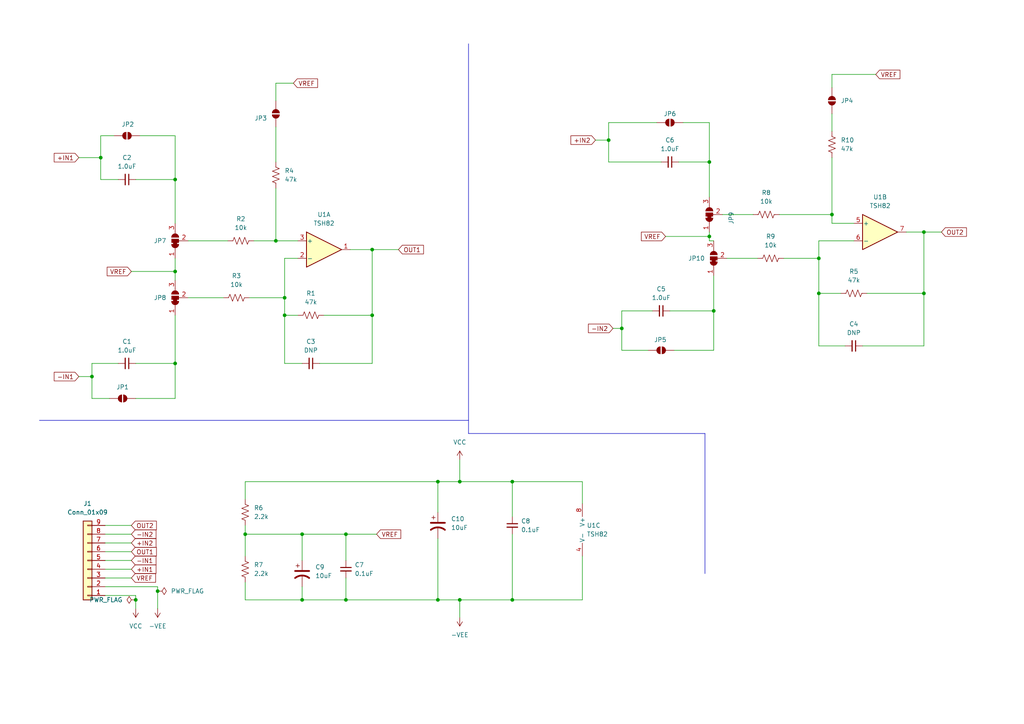
<source format=kicad_sch>
(kicad_sch
	(version 20231120)
	(generator "eeschema")
	(generator_version "8.0")
	(uuid "4fdb8764-9bdf-470a-8416-730e6beae67f")
	(paper "A4")
	(lib_symbols
		(symbol "Amplifier_Operational:AD8606ARM"
			(pin_names
				(offset 0.127)
			)
			(exclude_from_sim no)
			(in_bom yes)
			(on_board yes)
			(property "Reference" "U"
				(at 0 5.08 0)
				(effects
					(font
						(size 1.27 1.27)
					)
					(justify left)
				)
			)
			(property "Value" "AD8606ARM"
				(at 0 -5.08 0)
				(effects
					(font
						(size 1.27 1.27)
					)
					(justify left)
				)
			)
			(property "Footprint" "Package_SO:MSOP-8_3x3mm_P0.65mm"
				(at 0 0 0)
				(effects
					(font
						(size 1.27 1.27)
					)
					(hide yes)
				)
			)
			(property "Datasheet" "https://www.analog.com/media/en/technical-documentation/data-sheets/AD8605_8606_8608.pdf"
				(at 0 0 0)
				(effects
					(font
						(size 1.27 1.27)
					)
					(hide yes)
				)
			)
			(property "Description" "Dual Precision Low Noise, Low Input Bias Current, Wide Bandwidth Operational Amplifiers, MSOP-8"
				(at 0 0 0)
				(effects
					(font
						(size 1.27 1.27)
					)
					(hide yes)
				)
			)
			(property "ki_locked" ""
				(at 0 0 0)
				(effects
					(font
						(size 1.27 1.27)
					)
				)
			)
			(property "ki_keywords" "dual opamp"
				(at 0 0 0)
				(effects
					(font
						(size 1.27 1.27)
					)
					(hide yes)
				)
			)
			(property "ki_fp_filters" "MSOP*3x3mm*P0.65mm*"
				(at 0 0 0)
				(effects
					(font
						(size 1.27 1.27)
					)
					(hide yes)
				)
			)
			(symbol "AD8606ARM_1_1"
				(polyline
					(pts
						(xy -5.08 5.08) (xy 5.08 0) (xy -5.08 -5.08) (xy -5.08 5.08)
					)
					(stroke
						(width 0.254)
						(type default)
					)
					(fill
						(type background)
					)
				)
				(pin output line
					(at 7.62 0 180)
					(length 2.54)
					(name "~"
						(effects
							(font
								(size 1.27 1.27)
							)
						)
					)
					(number "1"
						(effects
							(font
								(size 1.27 1.27)
							)
						)
					)
				)
				(pin input line
					(at -7.62 -2.54 0)
					(length 2.54)
					(name "-"
						(effects
							(font
								(size 1.27 1.27)
							)
						)
					)
					(number "2"
						(effects
							(font
								(size 1.27 1.27)
							)
						)
					)
				)
				(pin input line
					(at -7.62 2.54 0)
					(length 2.54)
					(name "+"
						(effects
							(font
								(size 1.27 1.27)
							)
						)
					)
					(number "3"
						(effects
							(font
								(size 1.27 1.27)
							)
						)
					)
				)
			)
			(symbol "AD8606ARM_2_1"
				(polyline
					(pts
						(xy -5.08 5.08) (xy 5.08 0) (xy -5.08 -5.08) (xy -5.08 5.08)
					)
					(stroke
						(width 0.254)
						(type default)
					)
					(fill
						(type background)
					)
				)
				(pin input line
					(at -7.62 2.54 0)
					(length 2.54)
					(name "+"
						(effects
							(font
								(size 1.27 1.27)
							)
						)
					)
					(number "5"
						(effects
							(font
								(size 1.27 1.27)
							)
						)
					)
				)
				(pin input line
					(at -7.62 -2.54 0)
					(length 2.54)
					(name "-"
						(effects
							(font
								(size 1.27 1.27)
							)
						)
					)
					(number "6"
						(effects
							(font
								(size 1.27 1.27)
							)
						)
					)
				)
				(pin output line
					(at 7.62 0 180)
					(length 2.54)
					(name "~"
						(effects
							(font
								(size 1.27 1.27)
							)
						)
					)
					(number "7"
						(effects
							(font
								(size 1.27 1.27)
							)
						)
					)
				)
			)
			(symbol "AD8606ARM_3_1"
				(pin power_in line
					(at -2.54 -7.62 90)
					(length 3.81)
					(name "V-"
						(effects
							(font
								(size 1.27 1.27)
							)
						)
					)
					(number "4"
						(effects
							(font
								(size 1.27 1.27)
							)
						)
					)
				)
				(pin power_in line
					(at -2.54 7.62 270)
					(length 3.81)
					(name "V+"
						(effects
							(font
								(size 1.27 1.27)
							)
						)
					)
					(number "8"
						(effects
							(font
								(size 1.27 1.27)
							)
						)
					)
				)
			)
		)
		(symbol "Connector_Generic:Conn_01x09"
			(pin_names
				(offset 1.016) hide)
			(exclude_from_sim no)
			(in_bom yes)
			(on_board yes)
			(property "Reference" "J"
				(at 0 12.7 0)
				(effects
					(font
						(size 1.27 1.27)
					)
				)
			)
			(property "Value" "Conn_01x09"
				(at 0 -12.7 0)
				(effects
					(font
						(size 1.27 1.27)
					)
				)
			)
			(property "Footprint" ""
				(at 0 0 0)
				(effects
					(font
						(size 1.27 1.27)
					)
					(hide yes)
				)
			)
			(property "Datasheet" "~"
				(at 0 0 0)
				(effects
					(font
						(size 1.27 1.27)
					)
					(hide yes)
				)
			)
			(property "Description" "Generic connector, single row, 01x09, script generated (kicad-library-utils/schlib/autogen/connector/)"
				(at 0 0 0)
				(effects
					(font
						(size 1.27 1.27)
					)
					(hide yes)
				)
			)
			(property "ki_keywords" "connector"
				(at 0 0 0)
				(effects
					(font
						(size 1.27 1.27)
					)
					(hide yes)
				)
			)
			(property "ki_fp_filters" "Connector*:*_1x??_*"
				(at 0 0 0)
				(effects
					(font
						(size 1.27 1.27)
					)
					(hide yes)
				)
			)
			(symbol "Conn_01x09_1_1"
				(rectangle
					(start -1.27 -10.033)
					(end 0 -10.287)
					(stroke
						(width 0.1524)
						(type default)
					)
					(fill
						(type none)
					)
				)
				(rectangle
					(start -1.27 -7.493)
					(end 0 -7.747)
					(stroke
						(width 0.1524)
						(type default)
					)
					(fill
						(type none)
					)
				)
				(rectangle
					(start -1.27 -4.953)
					(end 0 -5.207)
					(stroke
						(width 0.1524)
						(type default)
					)
					(fill
						(type none)
					)
				)
				(rectangle
					(start -1.27 -2.413)
					(end 0 -2.667)
					(stroke
						(width 0.1524)
						(type default)
					)
					(fill
						(type none)
					)
				)
				(rectangle
					(start -1.27 0.127)
					(end 0 -0.127)
					(stroke
						(width 0.1524)
						(type default)
					)
					(fill
						(type none)
					)
				)
				(rectangle
					(start -1.27 2.667)
					(end 0 2.413)
					(stroke
						(width 0.1524)
						(type default)
					)
					(fill
						(type none)
					)
				)
				(rectangle
					(start -1.27 5.207)
					(end 0 4.953)
					(stroke
						(width 0.1524)
						(type default)
					)
					(fill
						(type none)
					)
				)
				(rectangle
					(start -1.27 7.747)
					(end 0 7.493)
					(stroke
						(width 0.1524)
						(type default)
					)
					(fill
						(type none)
					)
				)
				(rectangle
					(start -1.27 10.287)
					(end 0 10.033)
					(stroke
						(width 0.1524)
						(type default)
					)
					(fill
						(type none)
					)
				)
				(rectangle
					(start -1.27 11.43)
					(end 1.27 -11.43)
					(stroke
						(width 0.254)
						(type default)
					)
					(fill
						(type background)
					)
				)
				(pin passive line
					(at -5.08 10.16 0)
					(length 3.81)
					(name "Pin_1"
						(effects
							(font
								(size 1.27 1.27)
							)
						)
					)
					(number "1"
						(effects
							(font
								(size 1.27 1.27)
							)
						)
					)
				)
				(pin passive line
					(at -5.08 7.62 0)
					(length 3.81)
					(name "Pin_2"
						(effects
							(font
								(size 1.27 1.27)
							)
						)
					)
					(number "2"
						(effects
							(font
								(size 1.27 1.27)
							)
						)
					)
				)
				(pin passive line
					(at -5.08 5.08 0)
					(length 3.81)
					(name "Pin_3"
						(effects
							(font
								(size 1.27 1.27)
							)
						)
					)
					(number "3"
						(effects
							(font
								(size 1.27 1.27)
							)
						)
					)
				)
				(pin passive line
					(at -5.08 2.54 0)
					(length 3.81)
					(name "Pin_4"
						(effects
							(font
								(size 1.27 1.27)
							)
						)
					)
					(number "4"
						(effects
							(font
								(size 1.27 1.27)
							)
						)
					)
				)
				(pin passive line
					(at -5.08 0 0)
					(length 3.81)
					(name "Pin_5"
						(effects
							(font
								(size 1.27 1.27)
							)
						)
					)
					(number "5"
						(effects
							(font
								(size 1.27 1.27)
							)
						)
					)
				)
				(pin passive line
					(at -5.08 -2.54 0)
					(length 3.81)
					(name "Pin_6"
						(effects
							(font
								(size 1.27 1.27)
							)
						)
					)
					(number "6"
						(effects
							(font
								(size 1.27 1.27)
							)
						)
					)
				)
				(pin passive line
					(at -5.08 -5.08 0)
					(length 3.81)
					(name "Pin_7"
						(effects
							(font
								(size 1.27 1.27)
							)
						)
					)
					(number "7"
						(effects
							(font
								(size 1.27 1.27)
							)
						)
					)
				)
				(pin passive line
					(at -5.08 -7.62 0)
					(length 3.81)
					(name "Pin_8"
						(effects
							(font
								(size 1.27 1.27)
							)
						)
					)
					(number "8"
						(effects
							(font
								(size 1.27 1.27)
							)
						)
					)
				)
				(pin passive line
					(at -5.08 -10.16 0)
					(length 3.81)
					(name "Pin_9"
						(effects
							(font
								(size 1.27 1.27)
							)
						)
					)
					(number "9"
						(effects
							(font
								(size 1.27 1.27)
							)
						)
					)
				)
			)
		)
		(symbol "Device:C_Polarized_US"
			(pin_numbers hide)
			(pin_names
				(offset 0.254) hide)
			(exclude_from_sim no)
			(in_bom yes)
			(on_board yes)
			(property "Reference" "C"
				(at 0.635 2.54 0)
				(effects
					(font
						(size 1.27 1.27)
					)
					(justify left)
				)
			)
			(property "Value" "C_Polarized_US"
				(at 0.635 -2.54 0)
				(effects
					(font
						(size 1.27 1.27)
					)
					(justify left)
				)
			)
			(property "Footprint" ""
				(at 0 0 0)
				(effects
					(font
						(size 1.27 1.27)
					)
					(hide yes)
				)
			)
			(property "Datasheet" "~"
				(at 0 0 0)
				(effects
					(font
						(size 1.27 1.27)
					)
					(hide yes)
				)
			)
			(property "Description" "Polarized capacitor, US symbol"
				(at 0 0 0)
				(effects
					(font
						(size 1.27 1.27)
					)
					(hide yes)
				)
			)
			(property "ki_keywords" "cap capacitor"
				(at 0 0 0)
				(effects
					(font
						(size 1.27 1.27)
					)
					(hide yes)
				)
			)
			(property "ki_fp_filters" "CP_*"
				(at 0 0 0)
				(effects
					(font
						(size 1.27 1.27)
					)
					(hide yes)
				)
			)
			(symbol "C_Polarized_US_0_1"
				(polyline
					(pts
						(xy -2.032 0.762) (xy 2.032 0.762)
					)
					(stroke
						(width 0.508)
						(type default)
					)
					(fill
						(type none)
					)
				)
				(polyline
					(pts
						(xy -1.778 2.286) (xy -0.762 2.286)
					)
					(stroke
						(width 0)
						(type default)
					)
					(fill
						(type none)
					)
				)
				(polyline
					(pts
						(xy -1.27 1.778) (xy -1.27 2.794)
					)
					(stroke
						(width 0)
						(type default)
					)
					(fill
						(type none)
					)
				)
				(arc
					(start 2.032 -1.27)
					(mid 0 -0.5572)
					(end -2.032 -1.27)
					(stroke
						(width 0.508)
						(type default)
					)
					(fill
						(type none)
					)
				)
			)
			(symbol "C_Polarized_US_1_1"
				(pin passive line
					(at 0 3.81 270)
					(length 2.794)
					(name "~"
						(effects
							(font
								(size 1.27 1.27)
							)
						)
					)
					(number "1"
						(effects
							(font
								(size 1.27 1.27)
							)
						)
					)
				)
				(pin passive line
					(at 0 -3.81 90)
					(length 3.302)
					(name "~"
						(effects
							(font
								(size 1.27 1.27)
							)
						)
					)
					(number "2"
						(effects
							(font
								(size 1.27 1.27)
							)
						)
					)
				)
			)
		)
		(symbol "Device:C_Small"
			(pin_numbers hide)
			(pin_names
				(offset 0.254) hide)
			(exclude_from_sim no)
			(in_bom yes)
			(on_board yes)
			(property "Reference" "C"
				(at 0.254 1.778 0)
				(effects
					(font
						(size 1.27 1.27)
					)
					(justify left)
				)
			)
			(property "Value" "C_Small"
				(at 0.254 -2.032 0)
				(effects
					(font
						(size 1.27 1.27)
					)
					(justify left)
				)
			)
			(property "Footprint" ""
				(at 0 0 0)
				(effects
					(font
						(size 1.27 1.27)
					)
					(hide yes)
				)
			)
			(property "Datasheet" "~"
				(at 0 0 0)
				(effects
					(font
						(size 1.27 1.27)
					)
					(hide yes)
				)
			)
			(property "Description" "Unpolarized capacitor, small symbol"
				(at 0 0 0)
				(effects
					(font
						(size 1.27 1.27)
					)
					(hide yes)
				)
			)
			(property "ki_keywords" "capacitor cap"
				(at 0 0 0)
				(effects
					(font
						(size 1.27 1.27)
					)
					(hide yes)
				)
			)
			(property "ki_fp_filters" "C_*"
				(at 0 0 0)
				(effects
					(font
						(size 1.27 1.27)
					)
					(hide yes)
				)
			)
			(symbol "C_Small_0_1"
				(polyline
					(pts
						(xy -1.524 -0.508) (xy 1.524 -0.508)
					)
					(stroke
						(width 0.3302)
						(type default)
					)
					(fill
						(type none)
					)
				)
				(polyline
					(pts
						(xy -1.524 0.508) (xy 1.524 0.508)
					)
					(stroke
						(width 0.3048)
						(type default)
					)
					(fill
						(type none)
					)
				)
			)
			(symbol "C_Small_1_1"
				(pin passive line
					(at 0 2.54 270)
					(length 2.032)
					(name "~"
						(effects
							(font
								(size 1.27 1.27)
							)
						)
					)
					(number "1"
						(effects
							(font
								(size 1.27 1.27)
							)
						)
					)
				)
				(pin passive line
					(at 0 -2.54 90)
					(length 2.032)
					(name "~"
						(effects
							(font
								(size 1.27 1.27)
							)
						)
					)
					(number "2"
						(effects
							(font
								(size 1.27 1.27)
							)
						)
					)
				)
			)
		)
		(symbol "Device:R_US"
			(pin_numbers hide)
			(pin_names
				(offset 0)
			)
			(exclude_from_sim no)
			(in_bom yes)
			(on_board yes)
			(property "Reference" "R"
				(at 2.54 0 90)
				(effects
					(font
						(size 1.27 1.27)
					)
				)
			)
			(property "Value" "R_US"
				(at -2.54 0 90)
				(effects
					(font
						(size 1.27 1.27)
					)
				)
			)
			(property "Footprint" ""
				(at 1.016 -0.254 90)
				(effects
					(font
						(size 1.27 1.27)
					)
					(hide yes)
				)
			)
			(property "Datasheet" "~"
				(at 0 0 0)
				(effects
					(font
						(size 1.27 1.27)
					)
					(hide yes)
				)
			)
			(property "Description" "Resistor, US symbol"
				(at 0 0 0)
				(effects
					(font
						(size 1.27 1.27)
					)
					(hide yes)
				)
			)
			(property "ki_keywords" "R res resistor"
				(at 0 0 0)
				(effects
					(font
						(size 1.27 1.27)
					)
					(hide yes)
				)
			)
			(property "ki_fp_filters" "R_*"
				(at 0 0 0)
				(effects
					(font
						(size 1.27 1.27)
					)
					(hide yes)
				)
			)
			(symbol "R_US_0_1"
				(polyline
					(pts
						(xy 0 -2.286) (xy 0 -2.54)
					)
					(stroke
						(width 0)
						(type default)
					)
					(fill
						(type none)
					)
				)
				(polyline
					(pts
						(xy 0 2.286) (xy 0 2.54)
					)
					(stroke
						(width 0)
						(type default)
					)
					(fill
						(type none)
					)
				)
				(polyline
					(pts
						(xy 0 -0.762) (xy 1.016 -1.143) (xy 0 -1.524) (xy -1.016 -1.905) (xy 0 -2.286)
					)
					(stroke
						(width 0)
						(type default)
					)
					(fill
						(type none)
					)
				)
				(polyline
					(pts
						(xy 0 0.762) (xy 1.016 0.381) (xy 0 0) (xy -1.016 -0.381) (xy 0 -0.762)
					)
					(stroke
						(width 0)
						(type default)
					)
					(fill
						(type none)
					)
				)
				(polyline
					(pts
						(xy 0 2.286) (xy 1.016 1.905) (xy 0 1.524) (xy -1.016 1.143) (xy 0 0.762)
					)
					(stroke
						(width 0)
						(type default)
					)
					(fill
						(type none)
					)
				)
			)
			(symbol "R_US_1_1"
				(pin passive line
					(at 0 3.81 270)
					(length 1.27)
					(name "~"
						(effects
							(font
								(size 1.27 1.27)
							)
						)
					)
					(number "1"
						(effects
							(font
								(size 1.27 1.27)
							)
						)
					)
				)
				(pin passive line
					(at 0 -3.81 90)
					(length 1.27)
					(name "~"
						(effects
							(font
								(size 1.27 1.27)
							)
						)
					)
					(number "2"
						(effects
							(font
								(size 1.27 1.27)
							)
						)
					)
				)
			)
		)
		(symbol "Jumper:SolderJumper_2_Open"
			(pin_numbers hide)
			(pin_names
				(offset 0) hide)
			(exclude_from_sim yes)
			(in_bom no)
			(on_board yes)
			(property "Reference" "JP"
				(at 0 2.032 0)
				(effects
					(font
						(size 1.27 1.27)
					)
				)
			)
			(property "Value" "SolderJumper_2_Open"
				(at 0 -2.54 0)
				(effects
					(font
						(size 1.27 1.27)
					)
				)
			)
			(property "Footprint" ""
				(at 0 0 0)
				(effects
					(font
						(size 1.27 1.27)
					)
					(hide yes)
				)
			)
			(property "Datasheet" "~"
				(at 0 0 0)
				(effects
					(font
						(size 1.27 1.27)
					)
					(hide yes)
				)
			)
			(property "Description" "Solder Jumper, 2-pole, open"
				(at 0 0 0)
				(effects
					(font
						(size 1.27 1.27)
					)
					(hide yes)
				)
			)
			(property "ki_keywords" "solder jumper SPST"
				(at 0 0 0)
				(effects
					(font
						(size 1.27 1.27)
					)
					(hide yes)
				)
			)
			(property "ki_fp_filters" "SolderJumper*Open*"
				(at 0 0 0)
				(effects
					(font
						(size 1.27 1.27)
					)
					(hide yes)
				)
			)
			(symbol "SolderJumper_2_Open_0_1"
				(arc
					(start -0.254 1.016)
					(mid -1.2656 0)
					(end -0.254 -1.016)
					(stroke
						(width 0)
						(type default)
					)
					(fill
						(type none)
					)
				)
				(arc
					(start -0.254 1.016)
					(mid -1.2656 0)
					(end -0.254 -1.016)
					(stroke
						(width 0)
						(type default)
					)
					(fill
						(type outline)
					)
				)
				(polyline
					(pts
						(xy -0.254 1.016) (xy -0.254 -1.016)
					)
					(stroke
						(width 0)
						(type default)
					)
					(fill
						(type none)
					)
				)
				(polyline
					(pts
						(xy 0.254 1.016) (xy 0.254 -1.016)
					)
					(stroke
						(width 0)
						(type default)
					)
					(fill
						(type none)
					)
				)
				(arc
					(start 0.254 -1.016)
					(mid 1.2656 0)
					(end 0.254 1.016)
					(stroke
						(width 0)
						(type default)
					)
					(fill
						(type none)
					)
				)
				(arc
					(start 0.254 -1.016)
					(mid 1.2656 0)
					(end 0.254 1.016)
					(stroke
						(width 0)
						(type default)
					)
					(fill
						(type outline)
					)
				)
			)
			(symbol "SolderJumper_2_Open_1_1"
				(pin passive line
					(at -3.81 0 0)
					(length 2.54)
					(name "A"
						(effects
							(font
								(size 1.27 1.27)
							)
						)
					)
					(number "1"
						(effects
							(font
								(size 1.27 1.27)
							)
						)
					)
				)
				(pin passive line
					(at 3.81 0 180)
					(length 2.54)
					(name "B"
						(effects
							(font
								(size 1.27 1.27)
							)
						)
					)
					(number "2"
						(effects
							(font
								(size 1.27 1.27)
							)
						)
					)
				)
			)
		)
		(symbol "Jumper:SolderJumper_3_Bridged12"
			(pin_names
				(offset 0) hide)
			(exclude_from_sim yes)
			(in_bom no)
			(on_board yes)
			(property "Reference" "JP"
				(at -2.54 -2.54 0)
				(effects
					(font
						(size 1.27 1.27)
					)
				)
			)
			(property "Value" "SolderJumper_3_Bridged12"
				(at 0 2.794 0)
				(effects
					(font
						(size 1.27 1.27)
					)
				)
			)
			(property "Footprint" ""
				(at 0 0 0)
				(effects
					(font
						(size 1.27 1.27)
					)
					(hide yes)
				)
			)
			(property "Datasheet" "~"
				(at 0 0 0)
				(effects
					(font
						(size 1.27 1.27)
					)
					(hide yes)
				)
			)
			(property "Description" "3-pole Solder Jumper, pins 1+2 closed/bridged"
				(at 0 0 0)
				(effects
					(font
						(size 1.27 1.27)
					)
					(hide yes)
				)
			)
			(property "ki_keywords" "Solder Jumper SPDT"
				(at 0 0 0)
				(effects
					(font
						(size 1.27 1.27)
					)
					(hide yes)
				)
			)
			(property "ki_fp_filters" "SolderJumper*Bridged12*"
				(at 0 0 0)
				(effects
					(font
						(size 1.27 1.27)
					)
					(hide yes)
				)
			)
			(symbol "SolderJumper_3_Bridged12_0_1"
				(rectangle
					(start -1.016 0.508)
					(end -0.508 -0.508)
					(stroke
						(width 0)
						(type default)
					)
					(fill
						(type outline)
					)
				)
				(arc
					(start -1.016 1.016)
					(mid -2.0276 0)
					(end -1.016 -1.016)
					(stroke
						(width 0)
						(type default)
					)
					(fill
						(type none)
					)
				)
				(arc
					(start -1.016 1.016)
					(mid -2.0276 0)
					(end -1.016 -1.016)
					(stroke
						(width 0)
						(type default)
					)
					(fill
						(type outline)
					)
				)
				(rectangle
					(start -0.508 1.016)
					(end 0.508 -1.016)
					(stroke
						(width 0)
						(type default)
					)
					(fill
						(type outline)
					)
				)
				(polyline
					(pts
						(xy -2.54 0) (xy -2.032 0)
					)
					(stroke
						(width 0)
						(type default)
					)
					(fill
						(type none)
					)
				)
				(polyline
					(pts
						(xy -1.016 1.016) (xy -1.016 -1.016)
					)
					(stroke
						(width 0)
						(type default)
					)
					(fill
						(type none)
					)
				)
				(polyline
					(pts
						(xy 0 -1.27) (xy 0 -1.016)
					)
					(stroke
						(width 0)
						(type default)
					)
					(fill
						(type none)
					)
				)
				(polyline
					(pts
						(xy 1.016 1.016) (xy 1.016 -1.016)
					)
					(stroke
						(width 0)
						(type default)
					)
					(fill
						(type none)
					)
				)
				(polyline
					(pts
						(xy 2.54 0) (xy 2.032 0)
					)
					(stroke
						(width 0)
						(type default)
					)
					(fill
						(type none)
					)
				)
				(arc
					(start 1.016 -1.016)
					(mid 2.0276 0)
					(end 1.016 1.016)
					(stroke
						(width 0)
						(type default)
					)
					(fill
						(type none)
					)
				)
				(arc
					(start 1.016 -1.016)
					(mid 2.0276 0)
					(end 1.016 1.016)
					(stroke
						(width 0)
						(type default)
					)
					(fill
						(type outline)
					)
				)
			)
			(symbol "SolderJumper_3_Bridged12_1_1"
				(pin passive line
					(at -5.08 0 0)
					(length 2.54)
					(name "A"
						(effects
							(font
								(size 1.27 1.27)
							)
						)
					)
					(number "1"
						(effects
							(font
								(size 1.27 1.27)
							)
						)
					)
				)
				(pin passive line
					(at 0 -3.81 90)
					(length 2.54)
					(name "C"
						(effects
							(font
								(size 1.27 1.27)
							)
						)
					)
					(number "2"
						(effects
							(font
								(size 1.27 1.27)
							)
						)
					)
				)
				(pin passive line
					(at 5.08 0 180)
					(length 2.54)
					(name "B"
						(effects
							(font
								(size 1.27 1.27)
							)
						)
					)
					(number "3"
						(effects
							(font
								(size 1.27 1.27)
							)
						)
					)
				)
			)
		)
		(symbol "power:PWR_FLAG"
			(power)
			(pin_numbers hide)
			(pin_names
				(offset 0) hide)
			(exclude_from_sim no)
			(in_bom yes)
			(on_board yes)
			(property "Reference" "#FLG"
				(at 0 1.905 0)
				(effects
					(font
						(size 1.27 1.27)
					)
					(hide yes)
				)
			)
			(property "Value" "PWR_FLAG"
				(at 0 3.81 0)
				(effects
					(font
						(size 1.27 1.27)
					)
				)
			)
			(property "Footprint" ""
				(at 0 0 0)
				(effects
					(font
						(size 1.27 1.27)
					)
					(hide yes)
				)
			)
			(property "Datasheet" "~"
				(at 0 0 0)
				(effects
					(font
						(size 1.27 1.27)
					)
					(hide yes)
				)
			)
			(property "Description" "Special symbol for telling ERC where power comes from"
				(at 0 0 0)
				(effects
					(font
						(size 1.27 1.27)
					)
					(hide yes)
				)
			)
			(property "ki_keywords" "flag power"
				(at 0 0 0)
				(effects
					(font
						(size 1.27 1.27)
					)
					(hide yes)
				)
			)
			(symbol "PWR_FLAG_0_0"
				(pin power_out line
					(at 0 0 90)
					(length 0)
					(name "~"
						(effects
							(font
								(size 1.27 1.27)
							)
						)
					)
					(number "1"
						(effects
							(font
								(size 1.27 1.27)
							)
						)
					)
				)
			)
			(symbol "PWR_FLAG_0_1"
				(polyline
					(pts
						(xy 0 0) (xy 0 1.27) (xy -1.016 1.905) (xy 0 2.54) (xy 1.016 1.905) (xy 0 1.27)
					)
					(stroke
						(width 0)
						(type default)
					)
					(fill
						(type none)
					)
				)
			)
		)
		(symbol "power:VCC"
			(power)
			(pin_numbers hide)
			(pin_names
				(offset 0) hide)
			(exclude_from_sim no)
			(in_bom yes)
			(on_board yes)
			(property "Reference" "#PWR"
				(at 0 -3.81 0)
				(effects
					(font
						(size 1.27 1.27)
					)
					(hide yes)
				)
			)
			(property "Value" "VCC"
				(at 0 3.556 0)
				(effects
					(font
						(size 1.27 1.27)
					)
				)
			)
			(property "Footprint" ""
				(at 0 0 0)
				(effects
					(font
						(size 1.27 1.27)
					)
					(hide yes)
				)
			)
			(property "Datasheet" ""
				(at 0 0 0)
				(effects
					(font
						(size 1.27 1.27)
					)
					(hide yes)
				)
			)
			(property "Description" "Power symbol creates a global label with name \"VCC\""
				(at 0 0 0)
				(effects
					(font
						(size 1.27 1.27)
					)
					(hide yes)
				)
			)
			(property "ki_keywords" "global power"
				(at 0 0 0)
				(effects
					(font
						(size 1.27 1.27)
					)
					(hide yes)
				)
			)
			(symbol "VCC_0_1"
				(polyline
					(pts
						(xy -0.762 1.27) (xy 0 2.54)
					)
					(stroke
						(width 0)
						(type default)
					)
					(fill
						(type none)
					)
				)
				(polyline
					(pts
						(xy 0 0) (xy 0 2.54)
					)
					(stroke
						(width 0)
						(type default)
					)
					(fill
						(type none)
					)
				)
				(polyline
					(pts
						(xy 0 2.54) (xy 0.762 1.27)
					)
					(stroke
						(width 0)
						(type default)
					)
					(fill
						(type none)
					)
				)
			)
			(symbol "VCC_1_1"
				(pin power_in line
					(at 0 0 90)
					(length 0)
					(name "~"
						(effects
							(font
								(size 1.27 1.27)
							)
						)
					)
					(number "1"
						(effects
							(font
								(size 1.27 1.27)
							)
						)
					)
				)
			)
		)
	)
	(junction
		(at 80.01 69.85)
		(diameter 0)
		(color 0 0 0 0)
		(uuid "2820884b-45e9-4efa-9065-1925bfaaaa99")
	)
	(junction
		(at 148.59 173.99)
		(diameter 0)
		(color 0 0 0 0)
		(uuid "294d93d7-464f-4c74-9e4f-4d50046763e1")
	)
	(junction
		(at 107.95 72.39)
		(diameter 0)
		(color 0 0 0 0)
		(uuid "32d92321-960a-4f53-9efd-49e9c6b470ec")
	)
	(junction
		(at 133.35 173.99)
		(diameter 0)
		(color 0 0 0 0)
		(uuid "34fba063-2c15-4ea6-8ac8-65cf7fce2c21")
	)
	(junction
		(at 82.55 91.44)
		(diameter 0)
		(color 0 0 0 0)
		(uuid "39bc3e6e-b405-45d8-a770-06324ad16ef3")
	)
	(junction
		(at 50.8 105.41)
		(diameter 0)
		(color 0 0 0 0)
		(uuid "3cc38a04-4250-437a-a18a-44519f6c9f71")
	)
	(junction
		(at 87.63 173.99)
		(diameter 0)
		(color 0 0 0 0)
		(uuid "5447e0ab-3513-45c3-b883-b20e32a9ac43")
	)
	(junction
		(at 148.59 139.7)
		(diameter 0)
		(color 0 0 0 0)
		(uuid "5bed188f-908a-4533-869d-b133d45bffb7")
	)
	(junction
		(at 50.8 78.74)
		(diameter 0)
		(color 0 0 0 0)
		(uuid "79596e97-39b3-4753-8ce9-e1f155f7838a")
	)
	(junction
		(at 127 139.7)
		(diameter 0)
		(color 0 0 0 0)
		(uuid "7eb22c6b-a6df-4572-b960-6449aaabc2a7")
	)
	(junction
		(at 133.35 139.7)
		(diameter 0)
		(color 0 0 0 0)
		(uuid "81eec83a-1031-4c00-927f-f4e1f22f6b5f")
	)
	(junction
		(at 100.33 154.94)
		(diameter 0)
		(color 0 0 0 0)
		(uuid "87254e9d-01dd-4d45-bb58-7be527857bab")
	)
	(junction
		(at 82.55 86.36)
		(diameter 0)
		(color 0 0 0 0)
		(uuid "900d5ed1-3395-4455-b751-43e1ba40133f")
	)
	(junction
		(at 107.95 91.44)
		(diameter 0)
		(color 0 0 0 0)
		(uuid "9fe224cb-8f7b-4dc0-9e0a-30b13dafef33")
	)
	(junction
		(at 45.72 171.45)
		(diameter 0)
		(color 0 0 0 0)
		(uuid "a9a342a2-6fa8-4844-a7ce-b587aa9b2b06")
	)
	(junction
		(at 205.74 68.58)
		(diameter 0)
		(color 0 0 0 0)
		(uuid "aa12dc02-e2c1-4a89-b9e6-16a1c05561e7")
	)
	(junction
		(at 50.8 52.07)
		(diameter 0)
		(color 0 0 0 0)
		(uuid "b62975b7-60f7-4be4-b0e4-abfb806a5eca")
	)
	(junction
		(at 29.21 45.72)
		(diameter 0)
		(color 0 0 0 0)
		(uuid "b7d8c063-fa17-4f40-83c6-7432bd8dd54b")
	)
	(junction
		(at 39.37 173.99)
		(diameter 0)
		(color 0 0 0 0)
		(uuid "b9c17e8f-edc1-48bc-8c83-09a2b195f879")
	)
	(junction
		(at 176.53 40.64)
		(diameter 0)
		(color 0 0 0 0)
		(uuid "baf69c49-61c5-42bd-9a6e-55eda4f07c72")
	)
	(junction
		(at 26.67 109.22)
		(diameter 0)
		(color 0 0 0 0)
		(uuid "c1e64256-6eb8-4f57-84b9-0b4b1cc3fd0f")
	)
	(junction
		(at 267.97 85.09)
		(diameter 0)
		(color 0 0 0 0)
		(uuid "c22031d5-b65f-4939-b589-1f517ba7eaeb")
	)
	(junction
		(at 241.3 62.23)
		(diameter 0)
		(color 0 0 0 0)
		(uuid "c49920d2-e284-455a-9188-8c9834b8645e")
	)
	(junction
		(at 237.49 74.93)
		(diameter 0)
		(color 0 0 0 0)
		(uuid "cb9cbd8e-36a4-47e5-979e-6bd51bde7294")
	)
	(junction
		(at 71.12 154.94)
		(diameter 0)
		(color 0 0 0 0)
		(uuid "ce74abad-8221-414b-a75c-09a7abdc7961")
	)
	(junction
		(at 237.49 85.09)
		(diameter 0)
		(color 0 0 0 0)
		(uuid "cfb3755c-880d-4c14-be2e-f21e26283011")
	)
	(junction
		(at 180.34 95.25)
		(diameter 0)
		(color 0 0 0 0)
		(uuid "cfba677e-7ff3-4a4d-bd0e-26ad2f6c5f72")
	)
	(junction
		(at 205.74 46.99)
		(diameter 0)
		(color 0 0 0 0)
		(uuid "d286604a-74fc-44b3-a85c-2d093bd6609b")
	)
	(junction
		(at 127 173.99)
		(diameter 0)
		(color 0 0 0 0)
		(uuid "d521dcb5-10e9-43cf-8342-8d374a2bcaca")
	)
	(junction
		(at 100.33 173.99)
		(diameter 0)
		(color 0 0 0 0)
		(uuid "d6c56161-1dbe-4b37-81e4-9cca984098d3")
	)
	(junction
		(at 87.63 154.94)
		(diameter 0)
		(color 0 0 0 0)
		(uuid "e72b9f25-307c-4b1c-b1a3-ef3d6bddd822")
	)
	(junction
		(at 267.97 67.31)
		(diameter 0)
		(color 0 0 0 0)
		(uuid "f6395463-4c1e-4f81-b7ab-aa0015ff8c57")
	)
	(junction
		(at 207.01 90.17)
		(diameter 0)
		(color 0 0 0 0)
		(uuid "fba7db85-a8eb-43db-b5a1-7f59a2b83b8a")
	)
	(wire
		(pts
			(xy 193.04 68.58) (xy 205.74 68.58)
		)
		(stroke
			(width 0)
			(type default)
		)
		(uuid "00045f14-ff0c-45a6-b544-597d912db30f")
	)
	(wire
		(pts
			(xy 54.61 69.85) (xy 66.04 69.85)
		)
		(stroke
			(width 0)
			(type default)
		)
		(uuid "0098a331-e3ba-41a5-a189-6d9ba6a9c69d")
	)
	(wire
		(pts
			(xy 92.71 105.41) (xy 107.95 105.41)
		)
		(stroke
			(width 0)
			(type default)
		)
		(uuid "019bb3e1-d5d2-48a9-b9c0-6e25c653962f")
	)
	(wire
		(pts
			(xy 100.33 154.94) (xy 109.22 154.94)
		)
		(stroke
			(width 0)
			(type default)
		)
		(uuid "054d1022-f321-4993-8eb6-43aff55b942e")
	)
	(wire
		(pts
			(xy 82.55 74.93) (xy 86.36 74.93)
		)
		(stroke
			(width 0)
			(type default)
		)
		(uuid "055286e5-d21a-4778-9774-a73c5ffbf911")
	)
	(wire
		(pts
			(xy 26.67 109.22) (xy 26.67 105.41)
		)
		(stroke
			(width 0)
			(type default)
		)
		(uuid "0647825d-3d5d-4142-b25c-dce80dd86d07")
	)
	(wire
		(pts
			(xy 80.01 69.85) (xy 80.01 54.61)
		)
		(stroke
			(width 0)
			(type default)
		)
		(uuid "08148876-89fc-49c1-ac36-88c4f9cb3c43")
	)
	(polyline
		(pts
			(xy 204.47 125.73) (xy 204.47 166.37)
		)
		(stroke
			(width 0)
			(type default)
		)
		(uuid "0994909c-e858-45d4-9418-1cb8a25fce82")
	)
	(wire
		(pts
			(xy 133.35 133.35) (xy 133.35 139.7)
		)
		(stroke
			(width 0)
			(type default)
		)
		(uuid "0bba6f0d-9f0f-4195-ac90-4d3da554346c")
	)
	(wire
		(pts
			(xy 176.53 35.56) (xy 176.53 40.64)
		)
		(stroke
			(width 0)
			(type default)
		)
		(uuid "0c424163-d291-44ae-a2a1-5164252e1bbf")
	)
	(polyline
		(pts
			(xy 135.89 12.7) (xy 135.89 125.73)
		)
		(stroke
			(width 0)
			(type default)
		)
		(uuid "1272f277-2075-47c0-abda-19ad5ca3b1ff")
	)
	(wire
		(pts
			(xy 267.97 85.09) (xy 267.97 67.31)
		)
		(stroke
			(width 0)
			(type default)
		)
		(uuid "13cc9972-cb63-4377-a98a-817a27d1b612")
	)
	(wire
		(pts
			(xy 180.34 90.17) (xy 180.34 95.25)
		)
		(stroke
			(width 0)
			(type default)
		)
		(uuid "1a794b4f-0026-4aa6-9f30-d1aae3415bb5")
	)
	(wire
		(pts
			(xy 241.3 25.4) (xy 241.3 21.59)
		)
		(stroke
			(width 0)
			(type default)
		)
		(uuid "1ab6b263-1f87-467d-9732-5ae1b71f9b3b")
	)
	(wire
		(pts
			(xy 194.31 90.17) (xy 207.01 90.17)
		)
		(stroke
			(width 0)
			(type default)
		)
		(uuid "1b4fdb4d-c4d5-4a7b-93e2-51e3dc5a3429")
	)
	(wire
		(pts
			(xy 107.95 72.39) (xy 115.57 72.39)
		)
		(stroke
			(width 0)
			(type default)
		)
		(uuid "1dd53099-7970-4f6f-beba-9b464abefcee")
	)
	(wire
		(pts
			(xy 80.01 29.21) (xy 80.01 24.13)
		)
		(stroke
			(width 0)
			(type default)
		)
		(uuid "1eda0b09-d098-421c-9a5c-d7eab1ead79f")
	)
	(wire
		(pts
			(xy 207.01 80.01) (xy 207.01 90.17)
		)
		(stroke
			(width 0)
			(type default)
		)
		(uuid "22280932-06d8-4f34-abf4-253d31d1028f")
	)
	(wire
		(pts
			(xy 237.49 85.09) (xy 243.84 85.09)
		)
		(stroke
			(width 0)
			(type default)
		)
		(uuid "22afea16-4ae3-4760-8978-40bac115afbc")
	)
	(wire
		(pts
			(xy 191.77 46.99) (xy 176.53 46.99)
		)
		(stroke
			(width 0)
			(type default)
		)
		(uuid "22f20d42-5be2-43a3-b0d8-ec8ef1bb5cb9")
	)
	(wire
		(pts
			(xy 50.8 115.57) (xy 50.8 105.41)
		)
		(stroke
			(width 0)
			(type default)
		)
		(uuid "23484452-9025-4749-a7fc-f693b8fc8cb6")
	)
	(wire
		(pts
			(xy 241.3 33.02) (xy 241.3 38.1)
		)
		(stroke
			(width 0)
			(type default)
		)
		(uuid "23edab1a-ff7b-4a2a-b60b-cc1487212962")
	)
	(wire
		(pts
			(xy 45.72 171.45) (xy 45.72 176.53)
		)
		(stroke
			(width 0)
			(type default)
		)
		(uuid "24c41d04-8179-4226-bd81-b6d89909cd1b")
	)
	(wire
		(pts
			(xy 30.48 157.48) (xy 38.1 157.48)
		)
		(stroke
			(width 0)
			(type default)
		)
		(uuid "255628c8-a567-486c-ba6e-bc29ff5660d9")
	)
	(wire
		(pts
			(xy 237.49 100.33) (xy 245.11 100.33)
		)
		(stroke
			(width 0)
			(type default)
		)
		(uuid "255638bb-b81e-40a4-917a-1775534e3714")
	)
	(wire
		(pts
			(xy 30.48 165.1) (xy 38.1 165.1)
		)
		(stroke
			(width 0)
			(type default)
		)
		(uuid "2572b1f7-ae3f-4fd5-9e1e-68406f4848ed")
	)
	(wire
		(pts
			(xy 127 173.99) (xy 133.35 173.99)
		)
		(stroke
			(width 0)
			(type default)
		)
		(uuid "25912dc9-c528-4025-a32e-d3dd16d230ef")
	)
	(wire
		(pts
			(xy 82.55 91.44) (xy 82.55 86.36)
		)
		(stroke
			(width 0)
			(type default)
		)
		(uuid "263af1e4-5b94-42c9-b3eb-8f2fdea3d0e7")
	)
	(wire
		(pts
			(xy 100.33 173.99) (xy 127 173.99)
		)
		(stroke
			(width 0)
			(type default)
		)
		(uuid "27952067-39a8-4a2f-89df-d76150d191da")
	)
	(wire
		(pts
			(xy 50.8 78.74) (xy 50.8 81.28)
		)
		(stroke
			(width 0)
			(type default)
		)
		(uuid "2861bd1d-a1a2-463a-b303-87bbbc34f3df")
	)
	(wire
		(pts
			(xy 26.67 105.41) (xy 34.29 105.41)
		)
		(stroke
			(width 0)
			(type default)
		)
		(uuid "2a111337-d071-4125-9c3c-f5a95c71ea99")
	)
	(wire
		(pts
			(xy 71.12 173.99) (xy 87.63 173.99)
		)
		(stroke
			(width 0)
			(type default)
		)
		(uuid "2b3e895e-bf90-4da7-804f-906dea9d8f83")
	)
	(wire
		(pts
			(xy 148.59 173.99) (xy 168.91 173.99)
		)
		(stroke
			(width 0)
			(type default)
		)
		(uuid "2dbce497-0d13-49bf-8a23-38a134a4e41d")
	)
	(wire
		(pts
			(xy 237.49 85.09) (xy 237.49 100.33)
		)
		(stroke
			(width 0)
			(type default)
		)
		(uuid "31fca321-04d3-436e-ac96-59ab29d89ee7")
	)
	(wire
		(pts
			(xy 247.65 69.85) (xy 237.49 69.85)
		)
		(stroke
			(width 0)
			(type default)
		)
		(uuid "35512f0f-ef44-4e98-95c3-f376cd4db305")
	)
	(wire
		(pts
			(xy 30.48 152.4) (xy 38.1 152.4)
		)
		(stroke
			(width 0)
			(type default)
		)
		(uuid "390b420d-6e8d-41c1-8cca-731d779de65b")
	)
	(wire
		(pts
			(xy 107.95 105.41) (xy 107.95 91.44)
		)
		(stroke
			(width 0)
			(type default)
		)
		(uuid "398fe2a8-c819-4307-927c-3992bc5e9ac6")
	)
	(wire
		(pts
			(xy 39.37 115.57) (xy 50.8 115.57)
		)
		(stroke
			(width 0)
			(type default)
		)
		(uuid "3dff9d76-3dfa-472e-93ce-9c99124aa2d1")
	)
	(wire
		(pts
			(xy 148.59 154.94) (xy 148.59 173.99)
		)
		(stroke
			(width 0)
			(type default)
		)
		(uuid "3fdec6f3-7846-4e76-bc07-b255d162d23d")
	)
	(wire
		(pts
			(xy 30.48 162.56) (xy 38.1 162.56)
		)
		(stroke
			(width 0)
			(type default)
		)
		(uuid "4587866a-dd24-4b33-be0d-1efe66dce585")
	)
	(wire
		(pts
			(xy 101.6 72.39) (xy 107.95 72.39)
		)
		(stroke
			(width 0)
			(type default)
		)
		(uuid "45a7e172-e3dc-4e5e-8b0c-146dd33d1801")
	)
	(wire
		(pts
			(xy 30.48 160.02) (xy 38.1 160.02)
		)
		(stroke
			(width 0)
			(type default)
		)
		(uuid "45cc462b-a05c-4c5b-bba1-837cdd1eb063")
	)
	(wire
		(pts
			(xy 180.34 95.25) (xy 180.34 101.6)
		)
		(stroke
			(width 0)
			(type default)
		)
		(uuid "485edffe-ce96-4a39-97f4-c4e2fcb829db")
	)
	(wire
		(pts
			(xy 71.12 154.94) (xy 87.63 154.94)
		)
		(stroke
			(width 0)
			(type default)
		)
		(uuid "493d9df5-16f8-44a7-9ba4-112b5ab7b6ec")
	)
	(wire
		(pts
			(xy 205.74 69.85) (xy 207.01 69.85)
		)
		(stroke
			(width 0)
			(type default)
		)
		(uuid "49701e0a-a6ea-4227-affe-5d896aa17b4b")
	)
	(wire
		(pts
			(xy 50.8 39.37) (xy 50.8 52.07)
		)
		(stroke
			(width 0)
			(type default)
		)
		(uuid "4986acf8-4b20-462e-b606-0f0c4044afc6")
	)
	(wire
		(pts
			(xy 267.97 100.33) (xy 267.97 85.09)
		)
		(stroke
			(width 0)
			(type default)
		)
		(uuid "4e65f9e8-6f09-4e76-b092-f17c527cb174")
	)
	(wire
		(pts
			(xy 50.8 52.07) (xy 50.8 64.77)
		)
		(stroke
			(width 0)
			(type default)
		)
		(uuid "4ebe0cf0-85b1-4fa5-9e68-34560234968b")
	)
	(wire
		(pts
			(xy 45.72 170.18) (xy 45.72 171.45)
		)
		(stroke
			(width 0)
			(type default)
		)
		(uuid "4ebf8445-aad5-490a-b57d-10a9c59833d1")
	)
	(wire
		(pts
			(xy 168.91 139.7) (xy 148.59 139.7)
		)
		(stroke
			(width 0)
			(type default)
		)
		(uuid "4f8424cb-dde2-4f14-9b36-3e2318485dba")
	)
	(wire
		(pts
			(xy 176.53 46.99) (xy 176.53 40.64)
		)
		(stroke
			(width 0)
			(type default)
		)
		(uuid "51b33c0f-b86b-4f3a-a0dd-f51d58567167")
	)
	(wire
		(pts
			(xy 207.01 90.17) (xy 207.01 101.6)
		)
		(stroke
			(width 0)
			(type default)
		)
		(uuid "5340bdff-85fb-4b2e-80ac-1e39b3aaac31")
	)
	(wire
		(pts
			(xy 107.95 91.44) (xy 107.95 72.39)
		)
		(stroke
			(width 0)
			(type default)
		)
		(uuid "5535844f-c8f1-4e58-8355-10787499ca35")
	)
	(wire
		(pts
			(xy 50.8 74.93) (xy 50.8 78.74)
		)
		(stroke
			(width 0)
			(type default)
		)
		(uuid "5558d2ec-37ea-4c61-9b28-cd3b37990de3")
	)
	(wire
		(pts
			(xy 209.55 62.23) (xy 218.44 62.23)
		)
		(stroke
			(width 0)
			(type default)
		)
		(uuid "56e0f3b5-be5f-4ddf-a4ec-a26ff821eacb")
	)
	(wire
		(pts
			(xy 22.86 109.22) (xy 26.67 109.22)
		)
		(stroke
			(width 0)
			(type default)
		)
		(uuid "57d14f36-2d90-4295-b1cf-80e72710a7f1")
	)
	(wire
		(pts
			(xy 38.1 78.74) (xy 50.8 78.74)
		)
		(stroke
			(width 0)
			(type default)
		)
		(uuid "57e6cbbb-3231-4720-9a26-0c60e5c3c62e")
	)
	(wire
		(pts
			(xy 82.55 86.36) (xy 82.55 74.93)
		)
		(stroke
			(width 0)
			(type default)
		)
		(uuid "6120accd-75f6-4668-9516-777788459303")
	)
	(wire
		(pts
			(xy 127 156.21) (xy 127 173.99)
		)
		(stroke
			(width 0)
			(type default)
		)
		(uuid "6127f5c4-bbb0-4aa5-8845-adccc2314e0f")
	)
	(wire
		(pts
			(xy 148.59 139.7) (xy 133.35 139.7)
		)
		(stroke
			(width 0)
			(type default)
		)
		(uuid "6487708a-e1d3-4c86-bdce-fc207e6ffa00")
	)
	(wire
		(pts
			(xy 241.3 64.77) (xy 247.65 64.77)
		)
		(stroke
			(width 0)
			(type default)
		)
		(uuid "67a3ce34-74c2-4de7-9166-89af40509c92")
	)
	(wire
		(pts
			(xy 80.01 24.13) (xy 85.09 24.13)
		)
		(stroke
			(width 0)
			(type default)
		)
		(uuid "6d46d531-f243-49c4-ae29-db3550dfae39")
	)
	(wire
		(pts
			(xy 226.06 62.23) (xy 241.3 62.23)
		)
		(stroke
			(width 0)
			(type default)
		)
		(uuid "6dfd5232-6d2c-4512-8c41-b7c20d8dd858")
	)
	(wire
		(pts
			(xy 262.89 67.31) (xy 267.97 67.31)
		)
		(stroke
			(width 0)
			(type default)
		)
		(uuid "71e61122-845b-4c15-9c5d-c6d2a1fca187")
	)
	(wire
		(pts
			(xy 33.02 39.37) (xy 29.21 39.37)
		)
		(stroke
			(width 0)
			(type default)
		)
		(uuid "71f5abb6-6274-4716-8f40-e4e93a54c0ad")
	)
	(wire
		(pts
			(xy 82.55 91.44) (xy 86.36 91.44)
		)
		(stroke
			(width 0)
			(type default)
		)
		(uuid "750d8f7f-fe4a-4673-b165-91c901435326")
	)
	(wire
		(pts
			(xy 87.63 154.94) (xy 100.33 154.94)
		)
		(stroke
			(width 0)
			(type default)
		)
		(uuid "759842e1-f485-4d55-8dc2-80efa370d58e")
	)
	(polyline
		(pts
			(xy 11.43 121.92) (xy 135.89 121.92)
		)
		(stroke
			(width 0)
			(type default)
		)
		(uuid "7607b81a-120c-41b7-af61-f039a617f80b")
	)
	(wire
		(pts
			(xy 210.82 74.93) (xy 219.71 74.93)
		)
		(stroke
			(width 0)
			(type default)
		)
		(uuid "7809d1c2-fb96-48d8-a743-f970a95fc9db")
	)
	(wire
		(pts
			(xy 30.48 167.64) (xy 38.1 167.64)
		)
		(stroke
			(width 0)
			(type default)
		)
		(uuid "7a269ff4-30cc-4431-aa88-ecf5628eae46")
	)
	(wire
		(pts
			(xy 237.49 74.93) (xy 237.49 85.09)
		)
		(stroke
			(width 0)
			(type default)
		)
		(uuid "7aba33c3-dee0-4500-81a2-fab9ded45308")
	)
	(wire
		(pts
			(xy 87.63 105.41) (xy 82.55 105.41)
		)
		(stroke
			(width 0)
			(type default)
		)
		(uuid "7d2c2f40-78ea-4bdd-bf46-1ffa2c6c4f69")
	)
	(wire
		(pts
			(xy 30.48 170.18) (xy 45.72 170.18)
		)
		(stroke
			(width 0)
			(type default)
		)
		(uuid "7f2c1c04-cf04-4ec0-8d6e-c1e9237f4992")
	)
	(wire
		(pts
			(xy 39.37 52.07) (xy 50.8 52.07)
		)
		(stroke
			(width 0)
			(type default)
		)
		(uuid "7fb15101-4641-4e40-a296-f33e52d0c1b4")
	)
	(wire
		(pts
			(xy 207.01 101.6) (xy 195.58 101.6)
		)
		(stroke
			(width 0)
			(type default)
		)
		(uuid "83823733-0ca6-41cc-80dc-88c09ded0bea")
	)
	(wire
		(pts
			(xy 82.55 105.41) (xy 82.55 91.44)
		)
		(stroke
			(width 0)
			(type default)
		)
		(uuid "8694de75-ea6f-45b2-9ac2-069b1963269b")
	)
	(wire
		(pts
			(xy 177.8 95.25) (xy 180.34 95.25)
		)
		(stroke
			(width 0)
			(type default)
		)
		(uuid "8a9a2051-2ee6-45f7-bc85-54f79bee6fe2")
	)
	(wire
		(pts
			(xy 198.12 35.56) (xy 205.74 35.56)
		)
		(stroke
			(width 0)
			(type default)
		)
		(uuid "8e2c4f47-313a-402f-afb7-7e4c931ae68a")
	)
	(wire
		(pts
			(xy 100.33 167.64) (xy 100.33 173.99)
		)
		(stroke
			(width 0)
			(type default)
		)
		(uuid "8f71752c-c48c-4bce-b7ae-a4742664dd11")
	)
	(wire
		(pts
			(xy 87.63 170.18) (xy 87.63 173.99)
		)
		(stroke
			(width 0)
			(type default)
		)
		(uuid "92ddd1ec-29f5-48d4-90f5-859ba9b1cce0")
	)
	(wire
		(pts
			(xy 29.21 52.07) (xy 29.21 45.72)
		)
		(stroke
			(width 0)
			(type default)
		)
		(uuid "93463b1c-9b78-40f0-b4bd-00ab27b080f9")
	)
	(wire
		(pts
			(xy 54.61 86.36) (xy 64.77 86.36)
		)
		(stroke
			(width 0)
			(type default)
		)
		(uuid "98452734-b9d0-4ec1-9e45-23960a4da157")
	)
	(wire
		(pts
			(xy 205.74 67.31) (xy 205.74 68.58)
		)
		(stroke
			(width 0)
			(type default)
		)
		(uuid "9b396d7c-1c61-4bbb-81cd-93330729be9e")
	)
	(wire
		(pts
			(xy 133.35 173.99) (xy 133.35 179.07)
		)
		(stroke
			(width 0)
			(type default)
		)
		(uuid "9b8da70e-82a8-4dd5-b77e-27b74011ff86")
	)
	(wire
		(pts
			(xy 168.91 161.29) (xy 168.91 173.99)
		)
		(stroke
			(width 0)
			(type default)
		)
		(uuid "a41ad189-86a8-4b13-9932-d19244a9a692")
	)
	(wire
		(pts
			(xy 29.21 39.37) (xy 29.21 45.72)
		)
		(stroke
			(width 0)
			(type default)
		)
		(uuid "adc6a21e-c7bf-4bf1-9a2c-18306411a4cb")
	)
	(wire
		(pts
			(xy 241.3 62.23) (xy 241.3 64.77)
		)
		(stroke
			(width 0)
			(type default)
		)
		(uuid "afedf3f2-e102-4d11-9cd3-e736d7dc27f4")
	)
	(wire
		(pts
			(xy 127 139.7) (xy 127 148.59)
		)
		(stroke
			(width 0)
			(type default)
		)
		(uuid "b09136c4-621a-40fa-bc72-2b658218cca9")
	)
	(wire
		(pts
			(xy 205.74 46.99) (xy 205.74 57.15)
		)
		(stroke
			(width 0)
			(type default)
		)
		(uuid "b1e056b0-c32b-49ed-9d47-a01743932b74")
	)
	(wire
		(pts
			(xy 127 139.7) (xy 71.12 139.7)
		)
		(stroke
			(width 0)
			(type default)
		)
		(uuid "b9f92ae4-879a-4e86-989d-7f896bc83f70")
	)
	(wire
		(pts
			(xy 87.63 173.99) (xy 100.33 173.99)
		)
		(stroke
			(width 0)
			(type default)
		)
		(uuid "ba9e1047-b934-4eaf-9200-7ad236ad1979")
	)
	(wire
		(pts
			(xy 133.35 173.99) (xy 148.59 173.99)
		)
		(stroke
			(width 0)
			(type default)
		)
		(uuid "bc89b1cd-9073-43a7-a571-2f1d45c449d6")
	)
	(wire
		(pts
			(xy 71.12 152.4) (xy 71.12 154.94)
		)
		(stroke
			(width 0)
			(type default)
		)
		(uuid "bdb80c38-55b3-4edf-baec-e4ee2ebb7ead")
	)
	(wire
		(pts
			(xy 196.85 46.99) (xy 205.74 46.99)
		)
		(stroke
			(width 0)
			(type default)
		)
		(uuid "bf3ecfbe-8765-4d5d-8815-ba2e4e2aa872")
	)
	(wire
		(pts
			(xy 189.23 90.17) (xy 180.34 90.17)
		)
		(stroke
			(width 0)
			(type default)
		)
		(uuid "cad63e9c-5ca9-4f39-9ca4-1260ae381d75")
	)
	(wire
		(pts
			(xy 26.67 115.57) (xy 26.67 109.22)
		)
		(stroke
			(width 0)
			(type default)
		)
		(uuid "cc47a48a-3045-4c3a-b941-250c446ec029")
	)
	(polyline
		(pts
			(xy 135.89 125.73) (xy 204.47 125.73)
		)
		(stroke
			(width 0)
			(type default)
		)
		(uuid "cc84499e-cf4a-4817-ba3d-9172f4cabd1c")
	)
	(wire
		(pts
			(xy 267.97 67.31) (xy 273.05 67.31)
		)
		(stroke
			(width 0)
			(type default)
		)
		(uuid "ce06e477-7216-4c02-9a75-c1157d879e78")
	)
	(wire
		(pts
			(xy 87.63 154.94) (xy 87.63 162.56)
		)
		(stroke
			(width 0)
			(type default)
		)
		(uuid "cfca6e5f-a92e-45a6-a795-fa7e701b40b7")
	)
	(wire
		(pts
			(xy 39.37 173.99) (xy 39.37 176.53)
		)
		(stroke
			(width 0)
			(type default)
		)
		(uuid "cfd2341f-03cd-4ba6-a66a-fc49cdecb07d")
	)
	(wire
		(pts
			(xy 73.66 69.85) (xy 80.01 69.85)
		)
		(stroke
			(width 0)
			(type default)
		)
		(uuid "d057d0d7-6bbb-4879-8a09-e7a80a2ca063")
	)
	(wire
		(pts
			(xy 86.36 69.85) (xy 80.01 69.85)
		)
		(stroke
			(width 0)
			(type default)
		)
		(uuid "d1367b27-7621-470b-8ce7-f78384915dc7")
	)
	(wire
		(pts
			(xy 241.3 21.59) (xy 254 21.59)
		)
		(stroke
			(width 0)
			(type default)
		)
		(uuid "d26f2ce2-daef-4a6e-acdc-1f9d888651cd")
	)
	(wire
		(pts
			(xy 176.53 35.56) (xy 190.5 35.56)
		)
		(stroke
			(width 0)
			(type default)
		)
		(uuid "d33af4ff-a3f6-4480-bb49-40efc53f08b8")
	)
	(wire
		(pts
			(xy 250.19 100.33) (xy 267.97 100.33)
		)
		(stroke
			(width 0)
			(type default)
		)
		(uuid "d439c851-ecea-473a-80be-d1e77eeffbec")
	)
	(wire
		(pts
			(xy 251.46 85.09) (xy 267.97 85.09)
		)
		(stroke
			(width 0)
			(type default)
		)
		(uuid "d57a1754-091b-46e3-bc27-a84c5379a1d6")
	)
	(wire
		(pts
			(xy 39.37 105.41) (xy 50.8 105.41)
		)
		(stroke
			(width 0)
			(type default)
		)
		(uuid "d89cf638-3c13-49ec-aa16-f898bdef4538")
	)
	(wire
		(pts
			(xy 29.21 45.72) (xy 22.86 45.72)
		)
		(stroke
			(width 0)
			(type default)
		)
		(uuid "d9adef98-452c-4f12-b760-8d21822fd5ad")
	)
	(wire
		(pts
			(xy 71.12 139.7) (xy 71.12 144.78)
		)
		(stroke
			(width 0)
			(type default)
		)
		(uuid "da34cbfa-500d-4b20-83e9-3a462d593e64")
	)
	(wire
		(pts
			(xy 168.91 139.7) (xy 168.91 146.05)
		)
		(stroke
			(width 0)
			(type default)
		)
		(uuid "da6eb274-ebcf-41b3-8511-b4c4a7ef9638")
	)
	(wire
		(pts
			(xy 39.37 172.72) (xy 39.37 173.99)
		)
		(stroke
			(width 0)
			(type default)
		)
		(uuid "e04b176d-bd57-47af-952f-dccf2fb4a799")
	)
	(wire
		(pts
			(xy 30.48 172.72) (xy 39.37 172.72)
		)
		(stroke
			(width 0)
			(type default)
		)
		(uuid "e0aff077-7abe-40dc-b95e-5d00142dac2c")
	)
	(wire
		(pts
			(xy 93.98 91.44) (xy 107.95 91.44)
		)
		(stroke
			(width 0)
			(type default)
		)
		(uuid "e4f7bd84-d2a8-4082-92a5-e035e843ed42")
	)
	(wire
		(pts
			(xy 72.39 86.36) (xy 82.55 86.36)
		)
		(stroke
			(width 0)
			(type default)
		)
		(uuid "e55e298a-5544-4de5-a37c-2511e06c540f")
	)
	(wire
		(pts
			(xy 31.75 115.57) (xy 26.67 115.57)
		)
		(stroke
			(width 0)
			(type default)
		)
		(uuid "e610a4ff-d582-4bb6-94bb-df6ea4a2456d")
	)
	(wire
		(pts
			(xy 205.74 68.58) (xy 205.74 69.85)
		)
		(stroke
			(width 0)
			(type default)
		)
		(uuid "e6857006-489a-4323-914d-da67faef2403")
	)
	(wire
		(pts
			(xy 172.72 40.64) (xy 176.53 40.64)
		)
		(stroke
			(width 0)
			(type default)
		)
		(uuid "e6daeec9-5b7a-4f43-af97-f45bf2dd2496")
	)
	(wire
		(pts
			(xy 180.34 101.6) (xy 187.96 101.6)
		)
		(stroke
			(width 0)
			(type default)
		)
		(uuid "e70ef745-b5a5-4e41-964f-c6d39e3ddfe1")
	)
	(wire
		(pts
			(xy 40.64 39.37) (xy 50.8 39.37)
		)
		(stroke
			(width 0)
			(type default)
		)
		(uuid "e997e109-c05e-4f07-8b32-6a9e23cbd591")
	)
	(wire
		(pts
			(xy 227.33 74.93) (xy 237.49 74.93)
		)
		(stroke
			(width 0)
			(type default)
		)
		(uuid "ea263c9c-5fe2-4c79-a0a4-e15ad85bce3e")
	)
	(wire
		(pts
			(xy 71.12 154.94) (xy 71.12 161.29)
		)
		(stroke
			(width 0)
			(type default)
		)
		(uuid "ecd777cd-f60f-48f6-b019-d7481eddd676")
	)
	(wire
		(pts
			(xy 133.35 139.7) (xy 127 139.7)
		)
		(stroke
			(width 0)
			(type default)
		)
		(uuid "ee82008f-4d69-4c38-a575-fdef25046439")
	)
	(wire
		(pts
			(xy 71.12 168.91) (xy 71.12 173.99)
		)
		(stroke
			(width 0)
			(type default)
		)
		(uuid "f1ea74a1-1e3e-4cf5-8947-1ab354d4d03e")
	)
	(wire
		(pts
			(xy 34.29 52.07) (xy 29.21 52.07)
		)
		(stroke
			(width 0)
			(type default)
		)
		(uuid "f22e9d66-5a9c-482e-9479-46936bda7d9d")
	)
	(wire
		(pts
			(xy 241.3 45.72) (xy 241.3 62.23)
		)
		(stroke
			(width 0)
			(type default)
		)
		(uuid "f2c0b7b4-b8fc-49d5-920e-ad48e2c6e085")
	)
	(wire
		(pts
			(xy 148.59 139.7) (xy 148.59 149.86)
		)
		(stroke
			(width 0)
			(type default)
		)
		(uuid "f43bf81d-75e6-493c-b195-7d901ce16fe8")
	)
	(wire
		(pts
			(xy 30.48 154.94) (xy 38.1 154.94)
		)
		(stroke
			(width 0)
			(type default)
		)
		(uuid "f8642026-02c1-40e2-b4eb-b93771f664ed")
	)
	(wire
		(pts
			(xy 50.8 105.41) (xy 50.8 91.44)
		)
		(stroke
			(width 0)
			(type default)
		)
		(uuid "fa809594-a8ef-45c2-8bc9-1bb64ad4f872")
	)
	(wire
		(pts
			(xy 80.01 36.83) (xy 80.01 46.99)
		)
		(stroke
			(width 0)
			(type default)
		)
		(uuid "fadfc0ef-2740-4fd6-9491-ab3f9301cd56")
	)
	(wire
		(pts
			(xy 205.74 35.56) (xy 205.74 46.99)
		)
		(stroke
			(width 0)
			(type default)
		)
		(uuid "fdf04df1-7e3f-4c07-acdf-153747ed7a6f")
	)
	(wire
		(pts
			(xy 237.49 69.85) (xy 237.49 74.93)
		)
		(stroke
			(width 0)
			(type default)
		)
		(uuid "fe4c8dc1-b690-4e9a-9283-83516600a6c5")
	)
	(wire
		(pts
			(xy 100.33 154.94) (xy 100.33 162.56)
		)
		(stroke
			(width 0)
			(type default)
		)
		(uuid "fe99cb1c-d693-4ac8-a921-e330bd5f9e90")
	)
	(global_label "OUT2"
		(shape input)
		(at 273.05 67.31 0)
		(fields_autoplaced yes)
		(effects
			(font
				(size 1.27 1.27)
			)
			(justify left)
		)
		(uuid "21afef0c-58cd-4e74-8409-00fb9cf6f01f")
		(property "Intersheetrefs" "${INTERSHEET_REFS}"
			(at 280.8733 67.31 0)
			(effects
				(font
					(size 1.27 1.27)
				)
				(justify left)
				(hide yes)
			)
		)
	)
	(global_label "OUT1"
		(shape input)
		(at 115.57 72.39 0)
		(fields_autoplaced yes)
		(effects
			(font
				(size 1.27 1.27)
			)
			(justify left)
		)
		(uuid "2b8aff44-162a-4fb4-82f4-f41412fcfb3c")
		(property "Intersheetrefs" "${INTERSHEET_REFS}"
			(at 123.3933 72.39 0)
			(effects
				(font
					(size 1.27 1.27)
				)
				(justify left)
				(hide yes)
			)
		)
	)
	(global_label "OUT2"
		(shape input)
		(at 38.1 152.4 0)
		(fields_autoplaced yes)
		(effects
			(font
				(size 1.27 1.27)
			)
			(justify left)
		)
		(uuid "3cafa5de-ef5d-4a70-aadc-5395074d0fa3")
		(property "Intersheetrefs" "${INTERSHEET_REFS}"
			(at 45.9233 152.4 0)
			(effects
				(font
					(size 1.27 1.27)
				)
				(justify left)
				(hide yes)
			)
		)
	)
	(global_label "-IN2"
		(shape input)
		(at 38.1 154.94 0)
		(fields_autoplaced yes)
		(effects
			(font
				(size 1.27 1.27)
			)
			(justify left)
		)
		(uuid "3db32b77-a775-46fb-80ef-86c4c262e5b2")
		(property "Intersheetrefs" "${INTERSHEET_REFS}"
			(at 45.8024 154.94 0)
			(effects
				(font
					(size 1.27 1.27)
				)
				(justify left)
				(hide yes)
			)
		)
	)
	(global_label "VREF"
		(shape input)
		(at 38.1 167.64 0)
		(fields_autoplaced yes)
		(effects
			(font
				(size 1.27 1.27)
			)
			(justify left)
		)
		(uuid "5734303f-205f-4d62-baab-66b07e963b0e")
		(property "Intersheetrefs" "${INTERSHEET_REFS}"
			(at 45.6814 167.64 0)
			(effects
				(font
					(size 1.27 1.27)
				)
				(justify left)
				(hide yes)
			)
		)
	)
	(global_label "OUT1"
		(shape input)
		(at 38.1 160.02 0)
		(fields_autoplaced yes)
		(effects
			(font
				(size 1.27 1.27)
			)
			(justify left)
		)
		(uuid "629514ff-0b1c-4c48-b258-2c0f6b3e00c1")
		(property "Intersheetrefs" "${INTERSHEET_REFS}"
			(at 45.9233 160.02 0)
			(effects
				(font
					(size 1.27 1.27)
				)
				(justify left)
				(hide yes)
			)
		)
	)
	(global_label "+IN2"
		(shape input)
		(at 38.1 157.48 0)
		(fields_autoplaced yes)
		(effects
			(font
				(size 1.27 1.27)
			)
			(justify left)
		)
		(uuid "7356b430-c8af-4bbc-b68e-62e6902c8669")
		(property "Intersheetrefs" "${INTERSHEET_REFS}"
			(at 45.8024 157.48 0)
			(effects
				(font
					(size 1.27 1.27)
				)
				(justify left)
				(hide yes)
			)
		)
	)
	(global_label "VREF"
		(shape input)
		(at 193.04 68.58 180)
		(fields_autoplaced yes)
		(effects
			(font
				(size 1.27 1.27)
			)
			(justify right)
		)
		(uuid "7d9c04f8-7f85-4446-97b2-7827b8363c33")
		(property "Intersheetrefs" "${INTERSHEET_REFS}"
			(at 185.4586 68.58 0)
			(effects
				(font
					(size 1.27 1.27)
				)
				(justify right)
				(hide yes)
			)
		)
	)
	(global_label "+IN1"
		(shape input)
		(at 38.1 165.1 0)
		(fields_autoplaced yes)
		(effects
			(font
				(size 1.27 1.27)
			)
			(justify left)
		)
		(uuid "82d4e67b-9459-446d-96e1-d20d0f41031d")
		(property "Intersheetrefs" "${INTERSHEET_REFS}"
			(at 45.8024 165.1 0)
			(effects
				(font
					(size 1.27 1.27)
				)
				(justify left)
				(hide yes)
			)
		)
	)
	(global_label "-IN2"
		(shape input)
		(at 177.8 95.25 180)
		(fields_autoplaced yes)
		(effects
			(font
				(size 1.27 1.27)
			)
			(justify right)
		)
		(uuid "87f2112e-b8cb-49fa-9a1d-af459798da96")
		(property "Intersheetrefs" "${INTERSHEET_REFS}"
			(at 170.0976 95.25 0)
			(effects
				(font
					(size 1.27 1.27)
				)
				(justify right)
				(hide yes)
			)
		)
	)
	(global_label "VREF"
		(shape input)
		(at 38.1 78.74 180)
		(fields_autoplaced yes)
		(effects
			(font
				(size 1.27 1.27)
			)
			(justify right)
		)
		(uuid "95d9318f-a4e7-45f7-a76e-4246e6ecd610")
		(property "Intersheetrefs" "${INTERSHEET_REFS}"
			(at 30.5186 78.74 0)
			(effects
				(font
					(size 1.27 1.27)
				)
				(justify right)
				(hide yes)
			)
		)
	)
	(global_label "-IN1"
		(shape input)
		(at 38.1 162.56 0)
		(fields_autoplaced yes)
		(effects
			(font
				(size 1.27 1.27)
			)
			(justify left)
		)
		(uuid "9fba66ef-8f30-4b79-9ec4-ec617552fe00")
		(property "Intersheetrefs" "${INTERSHEET_REFS}"
			(at 45.8024 162.56 0)
			(effects
				(font
					(size 1.27 1.27)
				)
				(justify left)
				(hide yes)
			)
		)
	)
	(global_label "+IN1"
		(shape input)
		(at 22.86 45.72 180)
		(fields_autoplaced yes)
		(effects
			(font
				(size 1.27 1.27)
			)
			(justify right)
		)
		(uuid "b4757ce9-0c8b-489e-872e-e87001296e33")
		(property "Intersheetrefs" "${INTERSHEET_REFS}"
			(at 15.1576 45.72 0)
			(effects
				(font
					(size 1.27 1.27)
				)
				(justify right)
				(hide yes)
			)
		)
	)
	(global_label "VREF"
		(shape input)
		(at 109.22 154.94 0)
		(fields_autoplaced yes)
		(effects
			(font
				(size 1.27 1.27)
			)
			(justify left)
		)
		(uuid "bd1a6155-ca0c-475b-8ad3-5ab72b76e901")
		(property "Intersheetrefs" "${INTERSHEET_REFS}"
			(at 116.8014 154.94 0)
			(effects
				(font
					(size 1.27 1.27)
				)
				(justify left)
				(hide yes)
			)
		)
	)
	(global_label "VREF"
		(shape input)
		(at 254 21.59 0)
		(fields_autoplaced yes)
		(effects
			(font
				(size 1.27 1.27)
			)
			(justify left)
		)
		(uuid "c5293978-ef73-478b-a2be-58a67054ab6d")
		(property "Intersheetrefs" "${INTERSHEET_REFS}"
			(at 261.5814 21.59 0)
			(effects
				(font
					(size 1.27 1.27)
				)
				(justify left)
				(hide yes)
			)
		)
	)
	(global_label "+IN2"
		(shape input)
		(at 172.72 40.64 180)
		(fields_autoplaced yes)
		(effects
			(font
				(size 1.27 1.27)
			)
			(justify right)
		)
		(uuid "cbf13ea5-6ab1-43ef-adc4-82094b9013bd")
		(property "Intersheetrefs" "${INTERSHEET_REFS}"
			(at 165.0176 40.64 0)
			(effects
				(font
					(size 1.27 1.27)
				)
				(justify right)
				(hide yes)
			)
		)
	)
	(global_label "-IN1"
		(shape input)
		(at 22.86 109.22 180)
		(fields_autoplaced yes)
		(effects
			(font
				(size 1.27 1.27)
			)
			(justify right)
		)
		(uuid "da696e80-54f0-4ab2-b0b7-0e62ed9f2840")
		(property "Intersheetrefs" "${INTERSHEET_REFS}"
			(at 15.1576 109.22 0)
			(effects
				(font
					(size 1.27 1.27)
				)
				(justify right)
				(hide yes)
			)
		)
	)
	(global_label "VREF"
		(shape input)
		(at 85.09 24.13 0)
		(fields_autoplaced yes)
		(effects
			(font
				(size 1.27 1.27)
			)
			(justify left)
		)
		(uuid "ee93c859-8a18-4b66-9dab-00a0e1648769")
		(property "Intersheetrefs" "${INTERSHEET_REFS}"
			(at 92.6714 24.13 0)
			(effects
				(font
					(size 1.27 1.27)
				)
				(justify left)
				(hide yes)
			)
		)
	)
	(symbol
		(lib_id "Jumper:SolderJumper_3_Bridged12")
		(at 50.8 86.36 90)
		(unit 1)
		(exclude_from_sim yes)
		(in_bom no)
		(on_board yes)
		(dnp no)
		(fields_autoplaced yes)
		(uuid "0a4046b8-4f39-468e-b071-8cb92bbee134")
		(property "Reference" "JP8"
			(at 48.26 86.3599 90)
			(effects
				(font
					(size 1.27 1.27)
				)
				(justify left)
			)
		)
		(property "Value" "SolderJumper_3_Bridged12"
			(at 46.99 86.36 0)
			(effects
				(font
					(size 1.27 1.27)
				)
				(hide yes)
			)
		)
		(property "Footprint" "Jumper:SolderJumper-3_P1.3mm_Bridged12_Pad1.0x1.5mm"
			(at 50.8 86.36 0)
			(effects
				(font
					(size 1.27 1.27)
				)
				(hide yes)
			)
		)
		(property "Datasheet" "~"
			(at 50.8 86.36 0)
			(effects
				(font
					(size 1.27 1.27)
				)
				(hide yes)
			)
		)
		(property "Description" "3-pole Solder Jumper, pins 1+2 closed/bridged"
			(at 50.8 86.36 0)
			(effects
				(font
					(size 1.27 1.27)
				)
				(hide yes)
			)
		)
		(pin "1"
			(uuid "1b5a94cf-28b4-4f92-841b-ae2d8e43af2a")
		)
		(pin "2"
			(uuid "868567ad-a8fa-4dc7-9e0b-1a42fb5b08c4")
		)
		(pin "3"
			(uuid "fb6d90b5-7ff3-43db-91a1-d06e1ee1ea76")
		)
		(instances
			(project ""
				(path "/4fdb8764-9bdf-470a-8416-730e6beae67f"
					(reference "JP8")
					(unit 1)
				)
			)
		)
	)
	(symbol
		(lib_id "Device:R_US")
		(at 69.85 69.85 270)
		(unit 1)
		(exclude_from_sim no)
		(in_bom yes)
		(on_board yes)
		(dnp no)
		(fields_autoplaced yes)
		(uuid "0d4e8001-0c13-4a10-9170-99f35a64dc74")
		(property "Reference" "R2"
			(at 69.85 63.5 90)
			(effects
				(font
					(size 1.27 1.27)
				)
			)
		)
		(property "Value" "10k"
			(at 69.85 66.04 90)
			(effects
				(font
					(size 1.27 1.27)
				)
			)
		)
		(property "Footprint" "Resistor_SMD:R_0603_1608Metric"
			(at 69.596 70.866 90)
			(effects
				(font
					(size 1.27 1.27)
				)
				(hide yes)
			)
		)
		(property "Datasheet" "~"
			(at 69.85 69.85 0)
			(effects
				(font
					(size 1.27 1.27)
				)
				(hide yes)
			)
		)
		(property "Description" "Resistor, US symbol"
			(at 69.85 69.85 0)
			(effects
				(font
					(size 1.27 1.27)
				)
				(hide yes)
			)
		)
		(pin "2"
			(uuid "c6b342a3-4d0d-4038-bb6c-09de662c5288")
		)
		(pin "1"
			(uuid "6b30d419-8922-4b2d-b765-68d45a440e04")
		)
		(instances
			(project ""
				(path "/4fdb8764-9bdf-470a-8416-730e6beae67f"
					(reference "R2")
					(unit 1)
				)
			)
		)
	)
	(symbol
		(lib_id "Device:C_Small")
		(at 90.17 105.41 270)
		(unit 1)
		(exclude_from_sim no)
		(in_bom yes)
		(on_board yes)
		(dnp no)
		(fields_autoplaced yes)
		(uuid "1230d7eb-fa1f-4901-974f-d214683edaa7")
		(property "Reference" "C3"
			(at 90.1636 99.06 90)
			(effects
				(font
					(size 1.27 1.27)
				)
			)
		)
		(property "Value" "DNP"
			(at 90.1636 101.6 90)
			(effects
				(font
					(size 1.27 1.27)
				)
			)
		)
		(property "Footprint" "Capacitor_SMD:C_0603_1608Metric"
			(at 90.17 105.41 0)
			(effects
				(font
					(size 1.27 1.27)
				)
				(hide yes)
			)
		)
		(property "Datasheet" "~"
			(at 90.17 105.41 0)
			(effects
				(font
					(size 1.27 1.27)
				)
				(hide yes)
			)
		)
		(property "Description" "Unpolarized capacitor, small symbol"
			(at 90.17 105.41 0)
			(effects
				(font
					(size 1.27 1.27)
				)
				(hide yes)
			)
		)
		(pin "2"
			(uuid "bd113c24-27ff-4db8-a1ed-c5aa9679fb4d")
		)
		(pin "1"
			(uuid "ff0d805f-3b85-4c86-9f5d-b03def7f6d0d")
		)
		(instances
			(project ""
				(path "/4fdb8764-9bdf-470a-8416-730e6beae67f"
					(reference "C3")
					(unit 1)
				)
			)
		)
	)
	(symbol
		(lib_id "Device:R_US")
		(at 223.52 74.93 270)
		(unit 1)
		(exclude_from_sim no)
		(in_bom yes)
		(on_board yes)
		(dnp no)
		(fields_autoplaced yes)
		(uuid "171e0c48-e108-44d8-a8ff-bf77c0b85745")
		(property "Reference" "R9"
			(at 223.52 68.58 90)
			(effects
				(font
					(size 1.27 1.27)
				)
			)
		)
		(property "Value" "10k"
			(at 223.52 71.12 90)
			(effects
				(font
					(size 1.27 1.27)
				)
			)
		)
		(property "Footprint" "Resistor_SMD:R_0603_1608Metric"
			(at 223.266 75.946 90)
			(effects
				(font
					(size 1.27 1.27)
				)
				(hide yes)
			)
		)
		(property "Datasheet" "~"
			(at 223.52 74.93 0)
			(effects
				(font
					(size 1.27 1.27)
				)
				(hide yes)
			)
		)
		(property "Description" "Resistor, US symbol"
			(at 223.52 74.93 0)
			(effects
				(font
					(size 1.27 1.27)
				)
				(hide yes)
			)
		)
		(pin "1"
			(uuid "ec264a22-ecb8-462f-b253-b7cbb0ace04f")
		)
		(pin "2"
			(uuid "fe8ebfb5-2f59-4005-8ae5-a51ea0c786be")
		)
		(instances
			(project ""
				(path "/4fdb8764-9bdf-470a-8416-730e6beae67f"
					(reference "R9")
					(unit 1)
				)
			)
		)
	)
	(symbol
		(lib_id "power:VCC")
		(at 39.37 176.53 180)
		(unit 1)
		(exclude_from_sim no)
		(in_bom yes)
		(on_board yes)
		(dnp no)
		(fields_autoplaced yes)
		(uuid "1a626d6b-8741-4325-bf9a-66a404aab0db")
		(property "Reference" "#PWR01"
			(at 39.37 172.72 0)
			(effects
				(font
					(size 1.27 1.27)
				)
				(hide yes)
			)
		)
		(property "Value" "VCC"
			(at 39.37 181.61 0)
			(effects
				(font
					(size 1.27 1.27)
				)
			)
		)
		(property "Footprint" ""
			(at 39.37 176.53 0)
			(effects
				(font
					(size 1.27 1.27)
				)
				(hide yes)
			)
		)
		(property "Datasheet" ""
			(at 39.37 176.53 0)
			(effects
				(font
					(size 1.27 1.27)
				)
				(hide yes)
			)
		)
		(property "Description" "Power symbol creates a global label with name \"VCC\""
			(at 39.37 176.53 0)
			(effects
				(font
					(size 1.27 1.27)
				)
				(hide yes)
			)
		)
		(pin "1"
			(uuid "692af5d1-fdf1-4a0a-898e-8d294ba34450")
		)
		(instances
			(project ""
				(path "/4fdb8764-9bdf-470a-8416-730e6beae67f"
					(reference "#PWR01")
					(unit 1)
				)
			)
		)
	)
	(symbol
		(lib_id "Jumper:SolderJumper_2_Open")
		(at 80.01 33.02 90)
		(unit 1)
		(exclude_from_sim yes)
		(in_bom no)
		(on_board yes)
		(dnp no)
		(fields_autoplaced yes)
		(uuid "1c6ada2f-1e04-4fb2-beb2-a2dd30788941")
		(property "Reference" "JP3"
			(at 77.47 34.2901 90)
			(effects
				(font
					(size 1.27 1.27)
				)
				(justify left)
			)
		)
		(property "Value" "SolderJumper_2_Open"
			(at 77.47 31.7501 90)
			(effects
				(font
					(size 1.27 1.27)
				)
				(justify left)
				(hide yes)
			)
		)
		(property "Footprint" "Jumper:SolderJumper-2_P1.3mm_Open_Pad1.0x1.5mm"
			(at 80.01 33.02 0)
			(effects
				(font
					(size 1.27 1.27)
				)
				(hide yes)
			)
		)
		(property "Datasheet" "~"
			(at 80.01 33.02 0)
			(effects
				(font
					(size 1.27 1.27)
				)
				(hide yes)
			)
		)
		(property "Description" "Solder Jumper, 2-pole, open"
			(at 80.01 33.02 0)
			(effects
				(font
					(size 1.27 1.27)
				)
				(hide yes)
			)
		)
		(pin "1"
			(uuid "66385db3-5f36-4a8d-a2c0-3aa892efb369")
		)
		(pin "2"
			(uuid "30dc2941-108e-4984-a459-3e349cef2cb5")
		)
		(instances
			(project ""
				(path "/4fdb8764-9bdf-470a-8416-730e6beae67f"
					(reference "JP3")
					(unit 1)
				)
			)
		)
	)
	(symbol
		(lib_id "Jumper:SolderJumper_3_Bridged12")
		(at 207.01 74.93 90)
		(unit 1)
		(exclude_from_sim yes)
		(in_bom no)
		(on_board yes)
		(dnp no)
		(fields_autoplaced yes)
		(uuid "23af671e-2b7a-44d5-85f4-605358fe4047")
		(property "Reference" "JP10"
			(at 204.47 74.9299 90)
			(effects
				(font
					(size 1.27 1.27)
				)
				(justify left)
			)
		)
		(property "Value" "SolderJumper_3_Bridged12"
			(at 203.2 74.93 0)
			(effects
				(font
					(size 1.27 1.27)
				)
				(hide yes)
			)
		)
		(property "Footprint" "Jumper:SolderJumper-3_P1.3mm_Bridged12_Pad1.0x1.5mm"
			(at 207.01 74.93 0)
			(effects
				(font
					(size 1.27 1.27)
				)
				(hide yes)
			)
		)
		(property "Datasheet" "~"
			(at 207.01 74.93 0)
			(effects
				(font
					(size 1.27 1.27)
				)
				(hide yes)
			)
		)
		(property "Description" "3-pole Solder Jumper, pins 1+2 closed/bridged"
			(at 207.01 74.93 0)
			(effects
				(font
					(size 1.27 1.27)
				)
				(hide yes)
			)
		)
		(pin "1"
			(uuid "22bfecb5-4c6a-4b6f-841a-254a19c6c3bc")
		)
		(pin "3"
			(uuid "38c69f8c-86f6-4368-8e9e-09aa28e20931")
		)
		(pin "2"
			(uuid "762f735d-b535-4cfe-a5d8-97de1c965ee1")
		)
		(instances
			(project ""
				(path "/4fdb8764-9bdf-470a-8416-730e6beae67f"
					(reference "JP10")
					(unit 1)
				)
			)
		)
	)
	(symbol
		(lib_id "Device:C_Small")
		(at 194.31 46.99 270)
		(unit 1)
		(exclude_from_sim no)
		(in_bom yes)
		(on_board yes)
		(dnp no)
		(fields_autoplaced yes)
		(uuid "29fd0e3b-f45e-4e1d-827a-32a3bffb0224")
		(property "Reference" "C6"
			(at 194.3036 40.64 90)
			(effects
				(font
					(size 1.27 1.27)
				)
			)
		)
		(property "Value" "1.0uF"
			(at 194.3036 43.18 90)
			(effects
				(font
					(size 1.27 1.27)
				)
			)
		)
		(property "Footprint" "Capacitor_SMD:C_0603_1608Metric"
			(at 194.31 46.99 0)
			(effects
				(font
					(size 1.27 1.27)
				)
				(hide yes)
			)
		)
		(property "Datasheet" "~"
			(at 194.31 46.99 0)
			(effects
				(font
					(size 1.27 1.27)
				)
				(hide yes)
			)
		)
		(property "Description" "Unpolarized capacitor, small symbol"
			(at 194.31 46.99 0)
			(effects
				(font
					(size 1.27 1.27)
				)
				(hide yes)
			)
		)
		(pin "1"
			(uuid "57fc7d1e-a67f-42a7-a427-30e0a6697048")
		)
		(pin "2"
			(uuid "c5bc857d-27a8-448a-b6c4-0f54b58af36f")
		)
		(instances
			(project ""
				(path "/4fdb8764-9bdf-470a-8416-730e6beae67f"
					(reference "C6")
					(unit 1)
				)
			)
		)
	)
	(symbol
		(lib_id "Device:R_US")
		(at 68.58 86.36 270)
		(unit 1)
		(exclude_from_sim no)
		(in_bom yes)
		(on_board yes)
		(dnp no)
		(fields_autoplaced yes)
		(uuid "32135866-6279-4638-9000-f66e3c31f2bc")
		(property "Reference" "R3"
			(at 68.58 80.01 90)
			(effects
				(font
					(size 1.27 1.27)
				)
			)
		)
		(property "Value" "10k"
			(at 68.58 82.55 90)
			(effects
				(font
					(size 1.27 1.27)
				)
			)
		)
		(property "Footprint" "Resistor_SMD:R_0603_1608Metric"
			(at 68.326 87.376 90)
			(effects
				(font
					(size 1.27 1.27)
				)
				(hide yes)
			)
		)
		(property "Datasheet" "~"
			(at 68.58 86.36 0)
			(effects
				(font
					(size 1.27 1.27)
				)
				(hide yes)
			)
		)
		(property "Description" "Resistor, US symbol"
			(at 68.58 86.36 0)
			(effects
				(font
					(size 1.27 1.27)
				)
				(hide yes)
			)
		)
		(pin "1"
			(uuid "3252ca4c-a873-4b74-ada6-336dc510989c")
		)
		(pin "2"
			(uuid "890af477-07aa-4afb-b1db-0c61fbac7036")
		)
		(instances
			(project ""
				(path "/4fdb8764-9bdf-470a-8416-730e6beae67f"
					(reference "R3")
					(unit 1)
				)
			)
		)
	)
	(symbol
		(lib_id "Device:C_Small")
		(at 36.83 52.07 270)
		(unit 1)
		(exclude_from_sim no)
		(in_bom yes)
		(on_board yes)
		(dnp no)
		(fields_autoplaced yes)
		(uuid "3fcd53c3-2271-46f5-a01e-9f77ac680016")
		(property "Reference" "C2"
			(at 36.8236 45.72 90)
			(effects
				(font
					(size 1.27 1.27)
				)
			)
		)
		(property "Value" "1.0uF"
			(at 36.8236 48.26 90)
			(effects
				(font
					(size 1.27 1.27)
				)
			)
		)
		(property "Footprint" "Capacitor_SMD:C_0603_1608Metric"
			(at 36.83 52.07 0)
			(effects
				(font
					(size 1.27 1.27)
				)
				(hide yes)
			)
		)
		(property "Datasheet" "~"
			(at 36.83 52.07 0)
			(effects
				(font
					(size 1.27 1.27)
				)
				(hide yes)
			)
		)
		(property "Description" "Unpolarized capacitor, small symbol"
			(at 36.83 52.07 0)
			(effects
				(font
					(size 1.27 1.27)
				)
				(hide yes)
			)
		)
		(pin "2"
			(uuid "81299238-47f0-4676-9ce4-10219245456a")
		)
		(pin "1"
			(uuid "646901b3-8edc-4b27-b00d-441f29b619b0")
		)
		(instances
			(project ""
				(path "/4fdb8764-9bdf-470a-8416-730e6beae67f"
					(reference "C2")
					(unit 1)
				)
			)
		)
	)
	(symbol
		(lib_id "Device:C_Small")
		(at 36.83 105.41 270)
		(unit 1)
		(exclude_from_sim no)
		(in_bom yes)
		(on_board yes)
		(dnp no)
		(fields_autoplaced yes)
		(uuid "437a4848-c1cc-4746-b114-17a683f63380")
		(property "Reference" "C1"
			(at 36.8236 99.06 90)
			(effects
				(font
					(size 1.27 1.27)
				)
			)
		)
		(property "Value" "1.0uF"
			(at 36.8236 101.6 90)
			(effects
				(font
					(size 1.27 1.27)
				)
			)
		)
		(property "Footprint" "Capacitor_SMD:C_0603_1608Metric"
			(at 36.83 105.41 0)
			(effects
				(font
					(size 1.27 1.27)
				)
				(hide yes)
			)
		)
		(property "Datasheet" "~"
			(at 36.83 105.41 0)
			(effects
				(font
					(size 1.27 1.27)
				)
				(hide yes)
			)
		)
		(property "Description" "Unpolarized capacitor, small symbol"
			(at 36.83 105.41 0)
			(effects
				(font
					(size 1.27 1.27)
				)
				(hide yes)
			)
		)
		(pin "1"
			(uuid "da297487-d665-45da-9877-54c0b8056557")
		)
		(pin "2"
			(uuid "73de581c-d43e-42e6-9c75-6daf39f66dc8")
		)
		(instances
			(project ""
				(path "/4fdb8764-9bdf-470a-8416-730e6beae67f"
					(reference "C1")
					(unit 1)
				)
			)
		)
	)
	(symbol
		(lib_id "Device:R_US")
		(at 247.65 85.09 270)
		(unit 1)
		(exclude_from_sim no)
		(in_bom yes)
		(on_board yes)
		(dnp no)
		(fields_autoplaced yes)
		(uuid "43bf058a-9456-4a06-802e-36ed37380cbf")
		(property "Reference" "R5"
			(at 247.65 78.74 90)
			(effects
				(font
					(size 1.27 1.27)
				)
			)
		)
		(property "Value" "47k"
			(at 247.65 81.28 90)
			(effects
				(font
					(size 1.27 1.27)
				)
			)
		)
		(property "Footprint" "Resistor_SMD:R_0603_1608Metric"
			(at 247.396 86.106 90)
			(effects
				(font
					(size 1.27 1.27)
				)
				(hide yes)
			)
		)
		(property "Datasheet" "~"
			(at 247.65 85.09 0)
			(effects
				(font
					(size 1.27 1.27)
				)
				(hide yes)
			)
		)
		(property "Description" "Resistor, US symbol"
			(at 247.65 85.09 0)
			(effects
				(font
					(size 1.27 1.27)
				)
				(hide yes)
			)
		)
		(pin "1"
			(uuid "c541c581-48ec-401a-bc28-fa32a7337147")
		)
		(pin "2"
			(uuid "e3ac94cf-08dc-4599-a7a7-dbba28901182")
		)
		(instances
			(project ""
				(path "/4fdb8764-9bdf-470a-8416-730e6beae67f"
					(reference "R5")
					(unit 1)
				)
			)
		)
	)
	(symbol
		(lib_id "Device:C_Small")
		(at 191.77 90.17 270)
		(unit 1)
		(exclude_from_sim no)
		(in_bom yes)
		(on_board yes)
		(dnp no)
		(fields_autoplaced yes)
		(uuid "47d14f07-f927-4ab9-9544-0c4907dd6501")
		(property "Reference" "C5"
			(at 191.7636 83.82 90)
			(effects
				(font
					(size 1.27 1.27)
				)
			)
		)
		(property "Value" "1.0uF"
			(at 191.7636 86.36 90)
			(effects
				(font
					(size 1.27 1.27)
				)
			)
		)
		(property "Footprint" "Capacitor_SMD:C_0603_1608Metric"
			(at 191.77 90.17 0)
			(effects
				(font
					(size 1.27 1.27)
				)
				(hide yes)
			)
		)
		(property "Datasheet" "~"
			(at 191.77 90.17 0)
			(effects
				(font
					(size 1.27 1.27)
				)
				(hide yes)
			)
		)
		(property "Description" "Unpolarized capacitor, small symbol"
			(at 191.77 90.17 0)
			(effects
				(font
					(size 1.27 1.27)
				)
				(hide yes)
			)
		)
		(pin "1"
			(uuid "3f1c3c29-858f-4fa6-bc3d-bfb14a5fdba3")
		)
		(pin "2"
			(uuid "dbbbce41-f2cd-4764-ad75-e07572b19028")
		)
		(instances
			(project ""
				(path "/4fdb8764-9bdf-470a-8416-730e6beae67f"
					(reference "C5")
					(unit 1)
				)
			)
		)
	)
	(symbol
		(lib_id "Device:C_Small")
		(at 148.59 152.4 0)
		(unit 1)
		(exclude_from_sim no)
		(in_bom yes)
		(on_board yes)
		(dnp no)
		(fields_autoplaced yes)
		(uuid "4884e990-ed1e-4b66-b3d5-dbf5153ae410")
		(property "Reference" "C8"
			(at 151.13 151.1362 0)
			(effects
				(font
					(size 1.27 1.27)
				)
				(justify left)
			)
		)
		(property "Value" "0.1uF"
			(at 151.13 153.6762 0)
			(effects
				(font
					(size 1.27 1.27)
				)
				(justify left)
			)
		)
		(property "Footprint" "Capacitor_SMD:C_0603_1608Metric"
			(at 148.59 152.4 0)
			(effects
				(font
					(size 1.27 1.27)
				)
				(hide yes)
			)
		)
		(property "Datasheet" "~"
			(at 148.59 152.4 0)
			(effects
				(font
					(size 1.27 1.27)
				)
				(hide yes)
			)
		)
		(property "Description" "Unpolarized capacitor, small symbol"
			(at 148.59 152.4 0)
			(effects
				(font
					(size 1.27 1.27)
				)
				(hide yes)
			)
		)
		(pin "1"
			(uuid "efec9963-66fe-433f-ae70-59df55f0ce97")
		)
		(pin "2"
			(uuid "e0d0fae6-d680-40eb-9636-e28f2b6920cf")
		)
		(instances
			(project ""
				(path "/4fdb8764-9bdf-470a-8416-730e6beae67f"
					(reference "C8")
					(unit 1)
				)
			)
		)
	)
	(symbol
		(lib_id "Jumper:SolderJumper_3_Bridged12")
		(at 50.8 69.85 90)
		(unit 1)
		(exclude_from_sim yes)
		(in_bom no)
		(on_board yes)
		(dnp no)
		(fields_autoplaced yes)
		(uuid "4948f613-17e7-4f9f-b282-27efb545b177")
		(property "Reference" "JP7"
			(at 48.26 69.8499 90)
			(effects
				(font
					(size 1.27 1.27)
				)
				(justify left)
			)
		)
		(property "Value" "SolderJumper_3_Bridged12"
			(at 48.26 68.5801 90)
			(effects
				(font
					(size 1.27 1.27)
				)
				(justify left)
				(hide yes)
			)
		)
		(property "Footprint" "Jumper:SolderJumper-3_P1.3mm_Bridged12_Pad1.0x1.5mm"
			(at 50.8 69.85 0)
			(effects
				(font
					(size 1.27 1.27)
				)
				(hide yes)
			)
		)
		(property "Datasheet" "~"
			(at 50.8 69.85 0)
			(effects
				(font
					(size 1.27 1.27)
				)
				(hide yes)
			)
		)
		(property "Description" "3-pole Solder Jumper, pins 1+2 closed/bridged"
			(at 50.8 69.85 0)
			(effects
				(font
					(size 1.27 1.27)
				)
				(hide yes)
			)
		)
		(pin "1"
			(uuid "83487b50-180f-47de-9249-7398ec932dab")
		)
		(pin "3"
			(uuid "2bedc140-5386-4f94-92de-d8ccb5c413e9")
		)
		(pin "2"
			(uuid "bf6be9ab-0435-4aee-893c-2ddcc032cac5")
		)
		(instances
			(project ""
				(path "/4fdb8764-9bdf-470a-8416-730e6beae67f"
					(reference "JP7")
					(unit 1)
				)
			)
		)
	)
	(symbol
		(lib_id "Device:C_Polarized_US")
		(at 127 152.4 0)
		(unit 1)
		(exclude_from_sim no)
		(in_bom yes)
		(on_board yes)
		(dnp no)
		(fields_autoplaced yes)
		(uuid "5240d7e3-0cd1-495c-9401-8f2067908c1a")
		(property "Reference" "C10"
			(at 130.81 150.4949 0)
			(effects
				(font
					(size 1.27 1.27)
				)
				(justify left)
			)
		)
		(property "Value" "10uF"
			(at 130.81 153.0349 0)
			(effects
				(font
					(size 1.27 1.27)
				)
				(justify left)
			)
		)
		(property "Footprint" "Capacitor_SMD:C_0603_1608Metric"
			(at 127 152.4 0)
			(effects
				(font
					(size 1.27 1.27)
				)
				(hide yes)
			)
		)
		(property "Datasheet" "~"
			(at 127 152.4 0)
			(effects
				(font
					(size 1.27 1.27)
				)
				(hide yes)
			)
		)
		(property "Description" "Polarized capacitor, US symbol"
			(at 127 152.4 0)
			(effects
				(font
					(size 1.27 1.27)
				)
				(hide yes)
			)
		)
		(pin "2"
			(uuid "b98cc122-5ecd-4679-9d3d-889de8f80902")
		)
		(pin "1"
			(uuid "78b54069-4c36-41e5-9e54-99b69a9d13ff")
		)
		(instances
			(project ""
				(path "/4fdb8764-9bdf-470a-8416-730e6beae67f"
					(reference "C10")
					(unit 1)
				)
			)
		)
	)
	(symbol
		(lib_id "power:VCC")
		(at 133.35 133.35 0)
		(unit 1)
		(exclude_from_sim no)
		(in_bom yes)
		(on_board yes)
		(dnp no)
		(fields_autoplaced yes)
		(uuid "5abe9301-4230-49b9-b685-67008d7a7596")
		(property "Reference" "#PWR03"
			(at 133.35 137.16 0)
			(effects
				(font
					(size 1.27 1.27)
				)
				(hide yes)
			)
		)
		(property "Value" "VCC"
			(at 133.35 128.27 0)
			(effects
				(font
					(size 1.27 1.27)
				)
			)
		)
		(property "Footprint" ""
			(at 133.35 133.35 0)
			(effects
				(font
					(size 1.27 1.27)
				)
				(hide yes)
			)
		)
		(property "Datasheet" ""
			(at 133.35 133.35 0)
			(effects
				(font
					(size 1.27 1.27)
				)
				(hide yes)
			)
		)
		(property "Description" "Power symbol creates a global label with name \"VCC\""
			(at 133.35 133.35 0)
			(effects
				(font
					(size 1.27 1.27)
				)
				(hide yes)
			)
		)
		(pin "1"
			(uuid "f7f2b740-aabc-4fd2-8965-3afc45f1c807")
		)
		(instances
			(project ""
				(path "/4fdb8764-9bdf-470a-8416-730e6beae67f"
					(reference "#PWR03")
					(unit 1)
				)
			)
		)
	)
	(symbol
		(lib_id "Device:C_Polarized_US")
		(at 87.63 166.37 0)
		(unit 1)
		(exclude_from_sim no)
		(in_bom yes)
		(on_board yes)
		(dnp no)
		(fields_autoplaced yes)
		(uuid "5bfbadcf-0002-4f76-9e9f-618988900e07")
		(property "Reference" "C9"
			(at 91.44 164.4649 0)
			(effects
				(font
					(size 1.27 1.27)
				)
				(justify left)
			)
		)
		(property "Value" "10uF"
			(at 91.44 167.0049 0)
			(effects
				(font
					(size 1.27 1.27)
				)
				(justify left)
			)
		)
		(property "Footprint" "Capacitor_SMD:C_0603_1608Metric"
			(at 87.63 166.37 0)
			(effects
				(font
					(size 1.27 1.27)
				)
				(hide yes)
			)
		)
		(property "Datasheet" "~"
			(at 87.63 166.37 0)
			(effects
				(font
					(size 1.27 1.27)
				)
				(hide yes)
			)
		)
		(property "Description" "Polarized capacitor, US symbol"
			(at 87.63 166.37 0)
			(effects
				(font
					(size 1.27 1.27)
				)
				(hide yes)
			)
		)
		(pin "2"
			(uuid "46519590-b003-4a09-a21b-3819aef93972")
		)
		(pin "1"
			(uuid "8c157581-06f8-4452-bb19-b785f5d9a1e0")
		)
		(instances
			(project ""
				(path "/4fdb8764-9bdf-470a-8416-730e6beae67f"
					(reference "C9")
					(unit 1)
				)
			)
		)
	)
	(symbol
		(lib_id "Device:R_US")
		(at 80.01 50.8 0)
		(unit 1)
		(exclude_from_sim no)
		(in_bom yes)
		(on_board yes)
		(dnp no)
		(fields_autoplaced yes)
		(uuid "642723e4-0632-4468-80f6-74e9978de538")
		(property "Reference" "R4"
			(at 82.55 49.5299 0)
			(effects
				(font
					(size 1.27 1.27)
				)
				(justify left)
			)
		)
		(property "Value" "47k"
			(at 82.55 52.0699 0)
			(effects
				(font
					(size 1.27 1.27)
				)
				(justify left)
			)
		)
		(property "Footprint" "Resistor_SMD:R_0603_1608Metric"
			(at 81.026 51.054 90)
			(effects
				(font
					(size 1.27 1.27)
				)
				(hide yes)
			)
		)
		(property "Datasheet" "~"
			(at 80.01 50.8 0)
			(effects
				(font
					(size 1.27 1.27)
				)
				(hide yes)
			)
		)
		(property "Description" "Resistor, US symbol"
			(at 80.01 50.8 0)
			(effects
				(font
					(size 1.27 1.27)
				)
				(hide yes)
			)
		)
		(pin "2"
			(uuid "c5173081-d30f-44e7-8e5e-dda3c7f77724")
		)
		(pin "1"
			(uuid "82cead80-347d-4024-9b04-735160a2c9ff")
		)
		(instances
			(project ""
				(path "/4fdb8764-9bdf-470a-8416-730e6beae67f"
					(reference "R4")
					(unit 1)
				)
			)
		)
	)
	(symbol
		(lib_id "Amplifier_Operational:AD8606ARM")
		(at 93.98 72.39 0)
		(unit 1)
		(exclude_from_sim no)
		(in_bom yes)
		(on_board yes)
		(dnp no)
		(fields_autoplaced yes)
		(uuid "66022481-4ce4-4765-aa1f-0c9f47366108")
		(property "Reference" "U1"
			(at 93.98 62.23 0)
			(effects
				(font
					(size 1.27 1.27)
				)
			)
		)
		(property "Value" "TSH82"
			(at 93.98 64.77 0)
			(effects
				(font
					(size 1.27 1.27)
				)
			)
		)
		(property "Footprint" "Package_SO:SOIC-8-1EP_3.9x4.9mm_P1.27mm_EP2.29x3mm"
			(at 93.98 72.39 0)
			(effects
				(font
					(size 1.27 1.27)
				)
				(hide yes)
			)
		)
		(property "Datasheet" "https://www.analog.com/media/en/technical-documentation/data-sheets/AD8605_8606_8608.pdf"
			(at 93.98 72.39 0)
			(effects
				(font
					(size 1.27 1.27)
				)
				(hide yes)
			)
		)
		(property "Description" "Dual Precision Low Noise, Low Input Bias Current, Wide Bandwidth Operational Amplifiers, MSOP-8"
			(at 93.98 72.39 0)
			(effects
				(font
					(size 1.27 1.27)
				)
				(hide yes)
			)
		)
		(pin "1"
			(uuid "1bd7b3d0-2795-4006-8520-2ee866c33d98")
		)
		(pin "6"
			(uuid "c971338f-f240-4ad4-94c3-1f6eecca2518")
		)
		(pin "7"
			(uuid "d5c3baca-af78-4de2-82bb-68855794efd0")
		)
		(pin "4"
			(uuid "b4078c4b-f8e7-40d3-b1ba-189815f51c32")
		)
		(pin "8"
			(uuid "444acc38-01c7-4ce7-9872-8bd328b464d6")
		)
		(pin "2"
			(uuid "b7ffe2ee-fe51-43dc-8b7f-564a57293c44")
		)
		(pin "3"
			(uuid "d1e6cee6-4dc9-49b0-9bc9-0e81e6f7a8f3")
		)
		(pin "5"
			(uuid "b1e1b678-ecf5-49b6-8bac-213615a0f739")
		)
		(instances
			(project ""
				(path "/4fdb8764-9bdf-470a-8416-730e6beae67f"
					(reference "U1")
					(unit 1)
				)
			)
		)
	)
	(symbol
		(lib_id "Device:R_US")
		(at 71.12 165.1 0)
		(unit 1)
		(exclude_from_sim no)
		(in_bom yes)
		(on_board yes)
		(dnp no)
		(fields_autoplaced yes)
		(uuid "67739180-1200-4097-ac80-3eee82e802fe")
		(property "Reference" "R7"
			(at 73.66 163.8299 0)
			(effects
				(font
					(size 1.27 1.27)
				)
				(justify left)
			)
		)
		(property "Value" "2.2k"
			(at 73.66 166.3699 0)
			(effects
				(font
					(size 1.27 1.27)
				)
				(justify left)
			)
		)
		(property "Footprint" "Resistor_SMD:R_0603_1608Metric"
			(at 72.136 165.354 90)
			(effects
				(font
					(size 1.27 1.27)
				)
				(hide yes)
			)
		)
		(property "Datasheet" "~"
			(at 71.12 165.1 0)
			(effects
				(font
					(size 1.27 1.27)
				)
				(hide yes)
			)
		)
		(property "Description" "Resistor, US symbol"
			(at 71.12 165.1 0)
			(effects
				(font
					(size 1.27 1.27)
				)
				(hide yes)
			)
		)
		(pin "2"
			(uuid "716ca557-7e31-4904-9671-e225de63d919")
		)
		(pin "1"
			(uuid "ab558c13-fca6-47b2-9531-d2a66811c827")
		)
		(instances
			(project ""
				(path "/4fdb8764-9bdf-470a-8416-730e6beae67f"
					(reference "R7")
					(unit 1)
				)
			)
		)
	)
	(symbol
		(lib_id "Device:R_US")
		(at 222.25 62.23 270)
		(unit 1)
		(exclude_from_sim no)
		(in_bom yes)
		(on_board yes)
		(dnp no)
		(fields_autoplaced yes)
		(uuid "79c0c3ec-1340-41f0-bc7a-1b0155e65688")
		(property "Reference" "R8"
			(at 222.25 55.88 90)
			(effects
				(font
					(size 1.27 1.27)
				)
			)
		)
		(property "Value" "10k"
			(at 222.25 58.42 90)
			(effects
				(font
					(size 1.27 1.27)
				)
			)
		)
		(property "Footprint" "Resistor_SMD:R_0603_1608Metric"
			(at 221.996 63.246 90)
			(effects
				(font
					(size 1.27 1.27)
				)
				(hide yes)
			)
		)
		(property "Datasheet" "~"
			(at 222.25 62.23 0)
			(effects
				(font
					(size 1.27 1.27)
				)
				(hide yes)
			)
		)
		(property "Description" "Resistor, US symbol"
			(at 222.25 62.23 0)
			(effects
				(font
					(size 1.27 1.27)
				)
				(hide yes)
			)
		)
		(pin "2"
			(uuid "4d390413-5da4-4f99-8629-b2718ec0bf7a")
		)
		(pin "1"
			(uuid "f2b68efe-ea66-4f92-b834-a4de1aa5c1da")
		)
		(instances
			(project ""
				(path "/4fdb8764-9bdf-470a-8416-730e6beae67f"
					(reference "R8")
					(unit 1)
				)
			)
		)
	)
	(symbol
		(lib_id "power:PWR_FLAG")
		(at 45.72 171.45 270)
		(unit 1)
		(exclude_from_sim no)
		(in_bom yes)
		(on_board yes)
		(dnp no)
		(fields_autoplaced yes)
		(uuid "83803a28-8a33-465e-a98a-f446f5f85641")
		(property "Reference" "#FLG01"
			(at 47.625 171.45 0)
			(effects
				(font
					(size 1.27 1.27)
				)
				(hide yes)
			)
		)
		(property "Value" "PWR_FLAG"
			(at 49.53 171.4499 90)
			(effects
				(font
					(size 1.27 1.27)
				)
				(justify left)
			)
		)
		(property "Footprint" ""
			(at 45.72 171.45 0)
			(effects
				(font
					(size 1.27 1.27)
				)
				(hide yes)
			)
		)
		(property "Datasheet" "~"
			(at 45.72 171.45 0)
			(effects
				(font
					(size 1.27 1.27)
				)
				(hide yes)
			)
		)
		(property "Description" "Special symbol for telling ERC where power comes from"
			(at 45.72 171.45 0)
			(effects
				(font
					(size 1.27 1.27)
				)
				(hide yes)
			)
		)
		(pin "1"
			(uuid "b483eec4-c043-4686-8783-2e9669cef204")
		)
		(instances
			(project ""
				(path "/4fdb8764-9bdf-470a-8416-730e6beae67f"
					(reference "#FLG01")
					(unit 1)
				)
			)
		)
	)
	(symbol
		(lib_id "power:VCC")
		(at 133.35 179.07 180)
		(unit 1)
		(exclude_from_sim no)
		(in_bom yes)
		(on_board yes)
		(dnp no)
		(fields_autoplaced yes)
		(uuid "85d5e183-8345-4e1f-90ba-9211dc46c1cb")
		(property "Reference" "#PWR04"
			(at 133.35 175.26 0)
			(effects
				(font
					(size 1.27 1.27)
				)
				(hide yes)
			)
		)
		(property "Value" "-VEE"
			(at 133.35 184.15 0)
			(effects
				(font
					(size 1.27 1.27)
				)
			)
		)
		(property "Footprint" ""
			(at 133.35 179.07 0)
			(effects
				(font
					(size 1.27 1.27)
				)
				(hide yes)
			)
		)
		(property "Datasheet" ""
			(at 133.35 179.07 0)
			(effects
				(font
					(size 1.27 1.27)
				)
				(hide yes)
			)
		)
		(property "Description" "Power symbol creates a global label with name \"VCC\""
			(at 133.35 179.07 0)
			(effects
				(font
					(size 1.27 1.27)
				)
				(hide yes)
			)
		)
		(pin "1"
			(uuid "8a3e80ee-7ed2-45db-93d1-78060874303c")
		)
		(instances
			(project ""
				(path "/4fdb8764-9bdf-470a-8416-730e6beae67f"
					(reference "#PWR04")
					(unit 1)
				)
			)
		)
	)
	(symbol
		(lib_id "power:PWR_FLAG")
		(at 39.37 173.99 90)
		(unit 1)
		(exclude_from_sim no)
		(in_bom yes)
		(on_board yes)
		(dnp no)
		(fields_autoplaced yes)
		(uuid "8dad8eb2-246b-4884-aca3-9bb6753e38d8")
		(property "Reference" "#FLG02"
			(at 37.465 173.99 0)
			(effects
				(font
					(size 1.27 1.27)
				)
				(hide yes)
			)
		)
		(property "Value" "PWR_FLAG"
			(at 35.56 173.9899 90)
			(effects
				(font
					(size 1.27 1.27)
				)
				(justify left)
			)
		)
		(property "Footprint" ""
			(at 39.37 173.99 0)
			(effects
				(font
					(size 1.27 1.27)
				)
				(hide yes)
			)
		)
		(property "Datasheet" "~"
			(at 39.37 173.99 0)
			(effects
				(font
					(size 1.27 1.27)
				)
				(hide yes)
			)
		)
		(property "Description" "Special symbol for telling ERC where power comes from"
			(at 39.37 173.99 0)
			(effects
				(font
					(size 1.27 1.27)
				)
				(hide yes)
			)
		)
		(pin "1"
			(uuid "9ef81600-6cac-42dc-9caa-c2f32fb96623")
		)
		(instances
			(project ""
				(path "/4fdb8764-9bdf-470a-8416-730e6beae67f"
					(reference "#FLG02")
					(unit 1)
				)
			)
		)
	)
	(symbol
		(lib_id "Device:R_US")
		(at 71.12 148.59 0)
		(unit 1)
		(exclude_from_sim no)
		(in_bom yes)
		(on_board yes)
		(dnp no)
		(fields_autoplaced yes)
		(uuid "8f7336ff-cdf7-4b05-9b7c-2e025bf0abbf")
		(property "Reference" "R6"
			(at 73.66 147.3199 0)
			(effects
				(font
					(size 1.27 1.27)
				)
				(justify left)
			)
		)
		(property "Value" "2.2k"
			(at 73.66 149.8599 0)
			(effects
				(font
					(size 1.27 1.27)
				)
				(justify left)
			)
		)
		(property "Footprint" "Resistor_SMD:R_0603_1608Metric"
			(at 72.136 148.844 90)
			(effects
				(font
					(size 1.27 1.27)
				)
				(hide yes)
			)
		)
		(property "Datasheet" "~"
			(at 71.12 148.59 0)
			(effects
				(font
					(size 1.27 1.27)
				)
				(hide yes)
			)
		)
		(property "Description" "Resistor, US symbol"
			(at 71.12 148.59 0)
			(effects
				(font
					(size 1.27 1.27)
				)
				(hide yes)
			)
		)
		(pin "2"
			(uuid "9236a447-24aa-4a67-b52f-c26cfc80a0a6")
		)
		(pin "1"
			(uuid "02206736-d034-4858-8a8a-120e95261f36")
		)
		(instances
			(project ""
				(path "/4fdb8764-9bdf-470a-8416-730e6beae67f"
					(reference "R6")
					(unit 1)
				)
			)
		)
	)
	(symbol
		(lib_id "Jumper:SolderJumper_2_Open")
		(at 191.77 101.6 0)
		(unit 1)
		(exclude_from_sim yes)
		(in_bom no)
		(on_board yes)
		(dnp no)
		(uuid "a540400e-7a30-4c1a-90ee-914bb9f25c47")
		(property "Reference" "JP5"
			(at 191.516 98.552 0)
			(effects
				(font
					(size 1.27 1.27)
				)
			)
		)
		(property "Value" "SolderJumper_2_Open"
			(at 191.77 97.79 0)
			(effects
				(font
					(size 1.27 1.27)
				)
				(hide yes)
			)
		)
		(property "Footprint" "Jumper:SolderJumper-2_P1.3mm_Open_Pad1.0x1.5mm"
			(at 191.77 101.6 0)
			(effects
				(font
					(size 1.27 1.27)
				)
				(hide yes)
			)
		)
		(property "Datasheet" "~"
			(at 191.77 101.6 0)
			(effects
				(font
					(size 1.27 1.27)
				)
				(hide yes)
			)
		)
		(property "Description" "Solder Jumper, 2-pole, open"
			(at 191.77 101.6 0)
			(effects
				(font
					(size 1.27 1.27)
				)
				(hide yes)
			)
		)
		(pin "2"
			(uuid "3381d345-de94-4069-a8d9-dda597b6463e")
		)
		(pin "1"
			(uuid "cc76d825-ff81-4f97-8631-cc84a7d41aa0")
		)
		(instances
			(project ""
				(path "/4fdb8764-9bdf-470a-8416-730e6beae67f"
					(reference "JP5")
					(unit 1)
				)
			)
		)
	)
	(symbol
		(lib_id "Jumper:SolderJumper_3_Bridged12")
		(at 205.74 62.23 90)
		(unit 1)
		(exclude_from_sim yes)
		(in_bom no)
		(on_board yes)
		(dnp no)
		(uuid "b52d7dcf-9724-41c8-bce2-8fe503e9acb5")
		(property "Reference" "JP9"
			(at 212.09 63.246 0)
			(effects
				(font
					(size 1.27 1.27)
				)
			)
		)
		(property "Value" "SolderJumper_3_Bridged12"
			(at 201.93 62.23 0)
			(effects
				(font
					(size 1.27 1.27)
				)
				(hide yes)
			)
		)
		(property "Footprint" "Jumper:SolderJumper-3_P1.3mm_Bridged12_Pad1.0x1.5mm"
			(at 205.74 62.23 0)
			(effects
				(font
					(size 1.27 1.27)
				)
				(hide yes)
			)
		)
		(property "Datasheet" "~"
			(at 205.74 62.23 0)
			(effects
				(font
					(size 1.27 1.27)
				)
				(hide yes)
			)
		)
		(property "Description" "3-pole Solder Jumper, pins 1+2 closed/bridged"
			(at 205.74 62.23 0)
			(effects
				(font
					(size 1.27 1.27)
				)
				(hide yes)
			)
		)
		(pin "3"
			(uuid "a8bc16d5-6570-480d-881a-dfaa8b9ad49f")
		)
		(pin "2"
			(uuid "1aa4062f-8df3-4b4f-90ab-5fe1690837cb")
		)
		(pin "1"
			(uuid "5475c82f-7190-48e1-a919-73e456ffce28")
		)
		(instances
			(project ""
				(path "/4fdb8764-9bdf-470a-8416-730e6beae67f"
					(reference "JP9")
					(unit 1)
				)
			)
		)
	)
	(symbol
		(lib_id "Amplifier_Operational:AD8606ARM")
		(at 255.27 67.31 0)
		(unit 2)
		(exclude_from_sim no)
		(in_bom yes)
		(on_board yes)
		(dnp no)
		(fields_autoplaced yes)
		(uuid "b8563e36-120b-41e9-8fdd-ae09086c6e7f")
		(property "Reference" "U1"
			(at 255.27 57.15 0)
			(effects
				(font
					(size 1.27 1.27)
				)
			)
		)
		(property "Value" "TSH82"
			(at 255.27 59.69 0)
			(effects
				(font
					(size 1.27 1.27)
				)
			)
		)
		(property "Footprint" "Package_SO:SOIC-8-1EP_3.9x4.9mm_P1.27mm_EP2.29x3mm"
			(at 255.27 67.31 0)
			(effects
				(font
					(size 1.27 1.27)
				)
				(hide yes)
			)
		)
		(property "Datasheet" "https://www.analog.com/media/en/technical-documentation/data-sheets/AD8605_8606_8608.pdf"
			(at 255.27 67.31 0)
			(effects
				(font
					(size 1.27 1.27)
				)
				(hide yes)
			)
		)
		(property "Description" "Dual Precision Low Noise, Low Input Bias Current, Wide Bandwidth Operational Amplifiers, MSOP-8"
			(at 255.27 67.31 0)
			(effects
				(font
					(size 1.27 1.27)
				)
				(hide yes)
			)
		)
		(pin "1"
			(uuid "1bd7b3d0-2795-4006-8520-2ee866c33d99")
		)
		(pin "6"
			(uuid "c971338f-f240-4ad4-94c3-1f6eecca2519")
		)
		(pin "7"
			(uuid "d5c3baca-af78-4de2-82bb-68855794efd1")
		)
		(pin "4"
			(uuid "b4078c4b-f8e7-40d3-b1ba-189815f51c33")
		)
		(pin "8"
			(uuid "444acc38-01c7-4ce7-9872-8bd328b464d7")
		)
		(pin "2"
			(uuid "b7ffe2ee-fe51-43dc-8b7f-564a57293c45")
		)
		(pin "3"
			(uuid "d1e6cee6-4dc9-49b0-9bc9-0e81e6f7a8f4")
		)
		(pin "5"
			(uuid "b1e1b678-ecf5-49b6-8bac-213615a0f73a")
		)
		(instances
			(project ""
				(path "/4fdb8764-9bdf-470a-8416-730e6beae67f"
					(reference "U1")
					(unit 2)
				)
			)
		)
	)
	(symbol
		(lib_id "Jumper:SolderJumper_2_Open")
		(at 35.56 115.57 0)
		(unit 1)
		(exclude_from_sim yes)
		(in_bom no)
		(on_board yes)
		(dnp no)
		(uuid "bc06e744-759b-474e-a1d3-29d9a71ffbc0")
		(property "Reference" "JP1"
			(at 35.56 112.268 0)
			(effects
				(font
					(size 1.27 1.27)
				)
			)
		)
		(property "Value" "SolderJumper_2_Open"
			(at 35.56 111.76 0)
			(effects
				(font
					(size 1.27 1.27)
				)
				(hide yes)
			)
		)
		(property "Footprint" "Jumper:SolderJumper-2_P1.3mm_Open_Pad1.0x1.5mm"
			(at 35.56 115.57 0)
			(effects
				(font
					(size 1.27 1.27)
				)
				(hide yes)
			)
		)
		(property "Datasheet" "~"
			(at 35.56 115.57 0)
			(effects
				(font
					(size 1.27 1.27)
				)
				(hide yes)
			)
		)
		(property "Description" "Solder Jumper, 2-pole, open"
			(at 35.56 115.57 0)
			(effects
				(font
					(size 1.27 1.27)
				)
				(hide yes)
			)
		)
		(pin "1"
			(uuid "b5193bdd-7b1d-4dd7-9ec3-c74b7296f9c8")
		)
		(pin "2"
			(uuid "08268d51-6d77-48fa-83ff-4e469706f9de")
		)
		(instances
			(project ""
				(path "/4fdb8764-9bdf-470a-8416-730e6beae67f"
					(reference "JP1")
					(unit 1)
				)
			)
		)
	)
	(symbol
		(lib_id "power:VCC")
		(at 45.72 176.53 180)
		(unit 1)
		(exclude_from_sim no)
		(in_bom yes)
		(on_board yes)
		(dnp no)
		(fields_autoplaced yes)
		(uuid "c2fe22d8-879d-4aee-b50f-d4a675030e87")
		(property "Reference" "#PWR02"
			(at 45.72 172.72 0)
			(effects
				(font
					(size 1.27 1.27)
				)
				(hide yes)
			)
		)
		(property "Value" "-VEE"
			(at 45.72 181.61 0)
			(effects
				(font
					(size 1.27 1.27)
				)
			)
		)
		(property "Footprint" ""
			(at 45.72 176.53 0)
			(effects
				(font
					(size 1.27 1.27)
				)
				(hide yes)
			)
		)
		(property "Datasheet" ""
			(at 45.72 176.53 0)
			(effects
				(font
					(size 1.27 1.27)
				)
				(hide yes)
			)
		)
		(property "Description" "Power symbol creates a global label with name \"VCC\""
			(at 45.72 176.53 0)
			(effects
				(font
					(size 1.27 1.27)
				)
				(hide yes)
			)
		)
		(pin "1"
			(uuid "17251b0e-a51b-4f40-b769-25c8297be546")
		)
		(instances
			(project ""
				(path "/4fdb8764-9bdf-470a-8416-730e6beae67f"
					(reference "#PWR02")
					(unit 1)
				)
			)
		)
	)
	(symbol
		(lib_id "Jumper:SolderJumper_2_Open")
		(at 241.3 29.21 270)
		(unit 1)
		(exclude_from_sim yes)
		(in_bom no)
		(on_board yes)
		(dnp no)
		(fields_autoplaced yes)
		(uuid "c8c6a469-5151-483a-992a-053b34bd0542")
		(property "Reference" "JP4"
			(at 243.84 29.2099 90)
			(effects
				(font
					(size 1.27 1.27)
				)
				(justify left)
			)
		)
		(property "Value" "SolderJumper_2_Open"
			(at 245.11 29.21 0)
			(effects
				(font
					(size 1.27 1.27)
				)
				(hide yes)
			)
		)
		(property "Footprint" "Jumper:SolderJumper-2_P1.3mm_Open_Pad1.0x1.5mm"
			(at 241.3 29.21 0)
			(effects
				(font
					(size 1.27 1.27)
				)
				(hide yes)
			)
		)
		(property "Datasheet" "~"
			(at 241.3 29.21 0)
			(effects
				(font
					(size 1.27 1.27)
				)
				(hide yes)
			)
		)
		(property "Description" "Solder Jumper, 2-pole, open"
			(at 241.3 29.21 0)
			(effects
				(font
					(size 1.27 1.27)
				)
				(hide yes)
			)
		)
		(pin "1"
			(uuid "5e2d7ba6-11cc-4a42-a5af-ef7d7dcc78a6")
		)
		(pin "2"
			(uuid "5dc9fb2e-9ed2-4e1b-a464-d83c49b208a9")
		)
		(instances
			(project ""
				(path "/4fdb8764-9bdf-470a-8416-730e6beae67f"
					(reference "JP4")
					(unit 1)
				)
			)
		)
	)
	(symbol
		(lib_id "Device:R_US")
		(at 241.3 41.91 180)
		(unit 1)
		(exclude_from_sim no)
		(in_bom yes)
		(on_board yes)
		(dnp no)
		(fields_autoplaced yes)
		(uuid "c8fb5186-789f-4004-aaa8-22f96e9a0e1f")
		(property "Reference" "R10"
			(at 243.84 40.6399 0)
			(effects
				(font
					(size 1.27 1.27)
				)
				(justify right)
			)
		)
		(property "Value" "47k"
			(at 243.84 43.1799 0)
			(effects
				(font
					(size 1.27 1.27)
				)
				(justify right)
			)
		)
		(property "Footprint" "Resistor_SMD:R_0603_1608Metric"
			(at 240.284 41.656 90)
			(effects
				(font
					(size 1.27 1.27)
				)
				(hide yes)
			)
		)
		(property "Datasheet" "~"
			(at 241.3 41.91 0)
			(effects
				(font
					(size 1.27 1.27)
				)
				(hide yes)
			)
		)
		(property "Description" "Resistor, US symbol"
			(at 241.3 41.91 0)
			(effects
				(font
					(size 1.27 1.27)
				)
				(hide yes)
			)
		)
		(pin "1"
			(uuid "47f23570-a7c0-4f99-82ff-8a042e32ee90")
		)
		(pin "2"
			(uuid "f549479a-5d2f-451b-b866-c8b9507a3f7d")
		)
		(instances
			(project ""
				(path "/4fdb8764-9bdf-470a-8416-730e6beae67f"
					(reference "R10")
					(unit 1)
				)
			)
		)
	)
	(symbol
		(lib_id "Device:R_US")
		(at 90.17 91.44 270)
		(unit 1)
		(exclude_from_sim no)
		(in_bom yes)
		(on_board yes)
		(dnp no)
		(fields_autoplaced yes)
		(uuid "d5593e95-e0d3-4c79-879c-758b2bf8fe0b")
		(property "Reference" "R1"
			(at 90.17 85.09 90)
			(effects
				(font
					(size 1.27 1.27)
				)
			)
		)
		(property "Value" "47k"
			(at 90.17 87.63 90)
			(effects
				(font
					(size 1.27 1.27)
				)
			)
		)
		(property "Footprint" "Resistor_SMD:R_0603_1608Metric"
			(at 89.916 92.456 90)
			(effects
				(font
					(size 1.27 1.27)
				)
				(hide yes)
			)
		)
		(property "Datasheet" "~"
			(at 90.17 91.44 0)
			(effects
				(font
					(size 1.27 1.27)
				)
				(hide yes)
			)
		)
		(property "Description" "Resistor, US symbol"
			(at 90.17 91.44 0)
			(effects
				(font
					(size 1.27 1.27)
				)
				(hide yes)
			)
		)
		(pin "2"
			(uuid "12cc9ff7-b0da-47f2-9718-56affa63f510")
		)
		(pin "1"
			(uuid "b66e17f6-38d9-4af7-901c-daace2684bab")
		)
		(instances
			(project ""
				(path "/4fdb8764-9bdf-470a-8416-730e6beae67f"
					(reference "R1")
					(unit 1)
				)
			)
		)
	)
	(symbol
		(lib_id "Connector_Generic:Conn_01x09")
		(at 25.4 162.56 180)
		(unit 1)
		(exclude_from_sim no)
		(in_bom yes)
		(on_board yes)
		(dnp no)
		(fields_autoplaced yes)
		(uuid "d7e66e6d-df08-4063-9f6a-a1f47715f6b2")
		(property "Reference" "J1"
			(at 25.4 146.05 0)
			(effects
				(font
					(size 1.27 1.27)
				)
			)
		)
		(property "Value" "Conn_01x09"
			(at 25.4 148.59 0)
			(effects
				(font
					(size 1.27 1.27)
				)
			)
		)
		(property "Footprint" "Connector_Hirose:Hirose_DF13-09P-1.25DSA_1x09_P1.25mm_Vertical"
			(at 25.4 162.56 0)
			(effects
				(font
					(size 1.27 1.27)
				)
				(hide yes)
			)
		)
		(property "Datasheet" "~"
			(at 25.4 162.56 0)
			(effects
				(font
					(size 1.27 1.27)
				)
				(hide yes)
			)
		)
		(property "Description" "Generic connector, single row, 01x09, script generated (kicad-library-utils/schlib/autogen/connector/)"
			(at 25.4 162.56 0)
			(effects
				(font
					(size 1.27 1.27)
				)
				(hide yes)
			)
		)
		(pin "8"
			(uuid "dc64deb6-380a-41de-8135-17028b75d43a")
		)
		(pin "2"
			(uuid "2cce21b2-f251-415f-a3a3-ddeea7376292")
		)
		(pin "7"
			(uuid "32d3c3b7-d8ce-408f-8957-e775de5ff962")
		)
		(pin "1"
			(uuid "362a834f-2ee8-4652-a399-2f5adcf38be4")
		)
		(pin "5"
			(uuid "ff108d23-2d2a-498e-8089-0bf8316b5ad8")
		)
		(pin "6"
			(uuid "e0fb5e0b-00f2-4f3b-915c-17411c3096e1")
		)
		(pin "3"
			(uuid "741c14d9-9857-4a8f-a0f8-9ca430b2c843")
		)
		(pin "4"
			(uuid "9595358d-ae5b-4269-ae2a-2815ef9dc846")
		)
		(pin "9"
			(uuid "9140820d-296e-456a-914a-8bfbcaa514d1")
		)
		(instances
			(project ""
				(path "/4fdb8764-9bdf-470a-8416-730e6beae67f"
					(reference "J1")
					(unit 1)
				)
			)
		)
	)
	(symbol
		(lib_id "Jumper:SolderJumper_2_Open")
		(at 36.83 39.37 0)
		(unit 1)
		(exclude_from_sim yes)
		(in_bom no)
		(on_board yes)
		(dnp no)
		(uuid "df5faa13-815b-4351-8f43-2194946bb829")
		(property "Reference" "JP2"
			(at 37.084 36.068 0)
			(effects
				(font
					(size 1.27 1.27)
				)
			)
		)
		(property "Value" "SolderJumper_2_Open"
			(at 36.83 35.56 0)
			(effects
				(font
					(size 1.27 1.27)
				)
				(hide yes)
			)
		)
		(property "Footprint" "Jumper:SolderJumper-2_P1.3mm_Open_Pad1.0x1.5mm"
			(at 36.83 39.37 0)
			(effects
				(font
					(size 1.27 1.27)
				)
				(hide yes)
			)
		)
		(property "Datasheet" "~"
			(at 36.83 39.37 0)
			(effects
				(font
					(size 1.27 1.27)
				)
				(hide yes)
			)
		)
		(property "Description" "Solder Jumper, 2-pole, open"
			(at 36.83 39.37 0)
			(effects
				(font
					(size 1.27 1.27)
				)
				(hide yes)
			)
		)
		(pin "1"
			(uuid "6e574180-c664-41a9-87bb-98839607b496")
		)
		(pin "2"
			(uuid "31594811-5678-4d18-a15c-94512aac3f4f")
		)
		(instances
			(project ""
				(path "/4fdb8764-9bdf-470a-8416-730e6beae67f"
					(reference "JP2")
					(unit 1)
				)
			)
		)
	)
	(symbol
		(lib_id "Jumper:SolderJumper_2_Open")
		(at 194.31 35.56 0)
		(unit 1)
		(exclude_from_sim yes)
		(in_bom no)
		(on_board yes)
		(dnp no)
		(uuid "ea9722f7-6c43-4b64-9ee9-460af04a3d26")
		(property "Reference" "JP6"
			(at 194.31 33.02 0)
			(effects
				(font
					(size 1.27 1.27)
				)
			)
		)
		(property "Value" "SolderJumper_2_Open"
			(at 194.31 31.75 0)
			(effects
				(font
					(size 1.27 1.27)
				)
				(hide yes)
			)
		)
		(property "Footprint" "Jumper:SolderJumper-2_P1.3mm_Open_Pad1.0x1.5mm"
			(at 194.31 35.56 0)
			(effects
				(font
					(size 1.27 1.27)
				)
				(hide yes)
			)
		)
		(property "Datasheet" "~"
			(at 194.31 35.56 0)
			(effects
				(font
					(size 1.27 1.27)
				)
				(hide yes)
			)
		)
		(property "Description" "Solder Jumper, 2-pole, open"
			(at 194.31 35.56 0)
			(effects
				(font
					(size 1.27 1.27)
				)
				(hide yes)
			)
		)
		(pin "2"
			(uuid "b75a9c4f-ece1-41f1-878c-a5d6f30953bc")
		)
		(pin "1"
			(uuid "bcd8aeda-9020-40fa-a294-32d43bbd4b8e")
		)
		(instances
			(project ""
				(path "/4fdb8764-9bdf-470a-8416-730e6beae67f"
					(reference "JP6")
					(unit 1)
				)
			)
		)
	)
	(symbol
		(lib_id "Device:C_Small")
		(at 100.33 165.1 0)
		(unit 1)
		(exclude_from_sim no)
		(in_bom yes)
		(on_board yes)
		(dnp no)
		(fields_autoplaced yes)
		(uuid "eff4996a-d8bd-4348-961b-15570ad656d8")
		(property "Reference" "C7"
			(at 102.87 163.8362 0)
			(effects
				(font
					(size 1.27 1.27)
				)
				(justify left)
			)
		)
		(property "Value" "0.1uF"
			(at 102.87 166.3762 0)
			(effects
				(font
					(size 1.27 1.27)
				)
				(justify left)
			)
		)
		(property "Footprint" "Capacitor_SMD:C_0603_1608Metric"
			(at 100.33 165.1 0)
			(effects
				(font
					(size 1.27 1.27)
				)
				(hide yes)
			)
		)
		(property "Datasheet" "~"
			(at 100.33 165.1 0)
			(effects
				(font
					(size 1.27 1.27)
				)
				(hide yes)
			)
		)
		(property "Description" "Unpolarized capacitor, small symbol"
			(at 100.33 165.1 0)
			(effects
				(font
					(size 1.27 1.27)
				)
				(hide yes)
			)
		)
		(pin "1"
			(uuid "870d90cf-5021-47e6-a3f6-7035db80fe22")
		)
		(pin "2"
			(uuid "c8eba436-e668-4c9a-97a0-cb4fec93a1b5")
		)
		(instances
			(project ""
				(path "/4fdb8764-9bdf-470a-8416-730e6beae67f"
					(reference "C7")
					(unit 1)
				)
			)
		)
	)
	(symbol
		(lib_id "Amplifier_Operational:AD8606ARM")
		(at 171.45 153.67 0)
		(unit 3)
		(exclude_from_sim no)
		(in_bom yes)
		(on_board yes)
		(dnp no)
		(fields_autoplaced yes)
		(uuid "f0a09cab-c5bf-4854-b298-163765ae37d9")
		(property "Reference" "U1"
			(at 170.18 152.3999 0)
			(effects
				(font
					(size 1.27 1.27)
				)
				(justify left)
			)
		)
		(property "Value" "TSH82"
			(at 170.18 154.9399 0)
			(effects
				(font
					(size 1.27 1.27)
				)
				(justify left)
			)
		)
		(property "Footprint" "Package_SO:SOIC-8-1EP_3.9x4.9mm_P1.27mm_EP2.29x3mm"
			(at 171.45 153.67 0)
			(effects
				(font
					(size 1.27 1.27)
				)
				(hide yes)
			)
		)
		(property "Datasheet" "https://www.analog.com/media/en/technical-documentation/data-sheets/AD8605_8606_8608.pdf"
			(at 171.45 153.67 0)
			(effects
				(font
					(size 1.27 1.27)
				)
				(hide yes)
			)
		)
		(property "Description" "Dual Precision Low Noise, Low Input Bias Current, Wide Bandwidth Operational Amplifiers, MSOP-8"
			(at 171.45 153.67 0)
			(effects
				(font
					(size 1.27 1.27)
				)
				(hide yes)
			)
		)
		(pin "1"
			(uuid "1bd7b3d0-2795-4006-8520-2ee866c33d9a")
		)
		(pin "6"
			(uuid "c971338f-f240-4ad4-94c3-1f6eecca251a")
		)
		(pin "7"
			(uuid "d5c3baca-af78-4de2-82bb-68855794efd2")
		)
		(pin "4"
			(uuid "b4078c4b-f8e7-40d3-b1ba-189815f51c34")
		)
		(pin "8"
			(uuid "444acc38-01c7-4ce7-9872-8bd328b464d8")
		)
		(pin "2"
			(uuid "b7ffe2ee-fe51-43dc-8b7f-564a57293c46")
		)
		(pin "3"
			(uuid "d1e6cee6-4dc9-49b0-9bc9-0e81e6f7a8f5")
		)
		(pin "5"
			(uuid "b1e1b678-ecf5-49b6-8bac-213615a0f73b")
		)
		(instances
			(project ""
				(path "/4fdb8764-9bdf-470a-8416-730e6beae67f"
					(reference "U1")
					(unit 3)
				)
			)
		)
	)
	(symbol
		(lib_id "Device:C_Small")
		(at 247.65 100.33 270)
		(unit 1)
		(exclude_from_sim no)
		(in_bom yes)
		(on_board yes)
		(dnp no)
		(fields_autoplaced yes)
		(uuid "fefb2001-fb22-452a-89cc-37d27e194cb4")
		(property "Reference" "C4"
			(at 247.6436 93.98 90)
			(effects
				(font
					(size 1.27 1.27)
				)
			)
		)
		(property "Value" "DNP"
			(at 247.6436 96.52 90)
			(effects
				(font
					(size 1.27 1.27)
				)
			)
		)
		(property "Footprint" "Capacitor_SMD:C_0603_1608Metric"
			(at 247.65 100.33 0)
			(effects
				(font
					(size 1.27 1.27)
				)
				(hide yes)
			)
		)
		(property "Datasheet" "~"
			(at 247.65 100.33 0)
			(effects
				(font
					(size 1.27 1.27)
				)
				(hide yes)
			)
		)
		(property "Description" "Unpolarized capacitor, small symbol"
			(at 247.65 100.33 0)
			(effects
				(font
					(size 1.27 1.27)
				)
				(hide yes)
			)
		)
		(pin "1"
			(uuid "e0828457-3fca-408c-87ee-7366e6baeb98")
		)
		(pin "2"
			(uuid "0802d536-5579-4890-a05a-b515069e2c3a")
		)
		(instances
			(project ""
				(path "/4fdb8764-9bdf-470a-8416-730e6beae67f"
					(reference "C4")
					(unit 1)
				)
			)
		)
	)
	(sheet_instances
		(path "/"
			(page "1")
		)
	)
)

</source>
